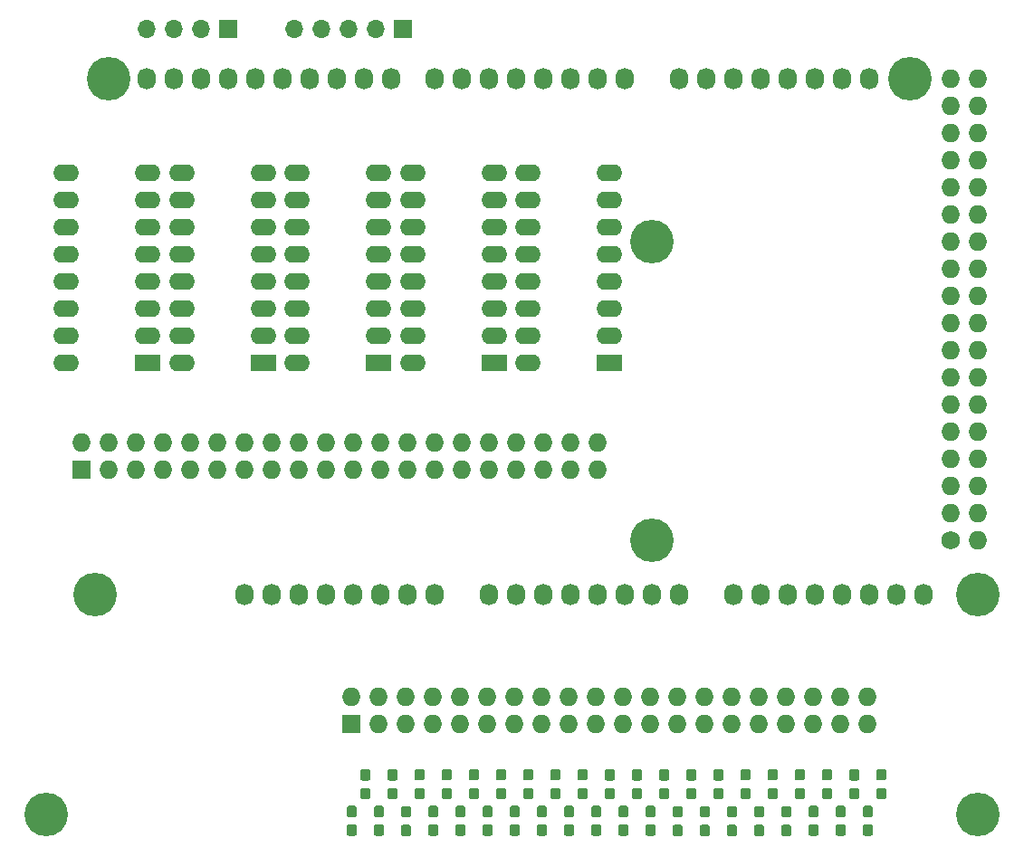
<source format=gbr>
G04 #@! TF.GenerationSoftware,KiCad,Pcbnew,5.1.5-52549c5~86~ubuntu19.10.1*
G04 #@! TF.CreationDate,2020-04-01T18:08:25+02:00*
G04 #@! TF.ProjectId,KabeltesterMEGA,4b616265-6c74-4657-9374-65724d454741,rev?*
G04 #@! TF.SameCoordinates,Original*
G04 #@! TF.FileFunction,Soldermask,Top*
G04 #@! TF.FilePolarity,Negative*
%FSLAX46Y46*%
G04 Gerber Fmt 4.6, Leading zero omitted, Abs format (unit mm)*
G04 Created by KiCad (PCBNEW 5.1.5-52549c5~86~ubuntu19.10.1) date 2020-04-01 18:08:25*
%MOMM*%
%LPD*%
G04 APERTURE LIST*
%ADD10C,4.064000*%
%ADD11O,2.400000X1.600000*%
%ADD12R,2.400000X1.600000*%
%ADD13C,0.100000*%
%ADD14O,1.700000X1.700000*%
%ADD15R,1.700000X1.700000*%
%ADD16O,1.727200X1.727200*%
%ADD17R,1.727200X1.727200*%
%ADD18C,1.727200*%
%ADD19O,1.727200X2.032000*%
G04 APERTURE END LIST*
D10*
X199898000Y-139700000D03*
X112776000Y-139700000D03*
D11*
X114681000Y-97409000D03*
X122301000Y-79629000D03*
X114681000Y-94869000D03*
X122301000Y-82169000D03*
X114681000Y-92329000D03*
X122301000Y-84709000D03*
X114681000Y-89789000D03*
X122301000Y-87249000D03*
X114681000Y-87249000D03*
X122301000Y-89789000D03*
X114681000Y-84709000D03*
X122301000Y-92329000D03*
X114681000Y-82169000D03*
X122301000Y-94869000D03*
X114681000Y-79629000D03*
D12*
X122301000Y-97409000D03*
D11*
X157861000Y-97409000D03*
X165481000Y-79629000D03*
X157861000Y-94869000D03*
X165481000Y-82169000D03*
X157861000Y-92329000D03*
X165481000Y-84709000D03*
X157861000Y-89789000D03*
X165481000Y-87249000D03*
X157861000Y-87249000D03*
X165481000Y-89789000D03*
X157861000Y-84709000D03*
X165481000Y-92329000D03*
X157861000Y-82169000D03*
X165481000Y-94869000D03*
X157861000Y-79629000D03*
D12*
X165481000Y-97409000D03*
D11*
X147066000Y-97409000D03*
X154686000Y-79629000D03*
X147066000Y-94869000D03*
X154686000Y-82169000D03*
X147066000Y-92329000D03*
X154686000Y-84709000D03*
X147066000Y-89789000D03*
X154686000Y-87249000D03*
X147066000Y-87249000D03*
X154686000Y-89789000D03*
X147066000Y-84709000D03*
X154686000Y-92329000D03*
X147066000Y-82169000D03*
X154686000Y-94869000D03*
X147066000Y-79629000D03*
D12*
X154686000Y-97409000D03*
D11*
X136271000Y-97409000D03*
X143891000Y-79629000D03*
X136271000Y-94869000D03*
X143891000Y-82169000D03*
X136271000Y-92329000D03*
X143891000Y-84709000D03*
X136271000Y-89789000D03*
X143891000Y-87249000D03*
X136271000Y-87249000D03*
X143891000Y-89789000D03*
X136271000Y-84709000D03*
X143891000Y-92329000D03*
X136271000Y-82169000D03*
X143891000Y-94869000D03*
X136271000Y-79629000D03*
D12*
X143891000Y-97409000D03*
D11*
X125476000Y-97409000D03*
X133096000Y-79629000D03*
X125476000Y-94869000D03*
X133096000Y-82169000D03*
X125476000Y-92329000D03*
X133096000Y-84709000D03*
X125476000Y-89789000D03*
X133096000Y-87249000D03*
X125476000Y-87249000D03*
X133096000Y-89789000D03*
X125476000Y-84709000D03*
X133096000Y-92329000D03*
X125476000Y-82169000D03*
X133096000Y-94869000D03*
X125476000Y-79629000D03*
D12*
X133096000Y-97409000D03*
D13*
G36*
X191141779Y-137179644D02*
G01*
X191164834Y-137183063D01*
X191187443Y-137188727D01*
X191209387Y-137196579D01*
X191230457Y-137206544D01*
X191250448Y-137218526D01*
X191269168Y-137232410D01*
X191286438Y-137248062D01*
X191302090Y-137265332D01*
X191315974Y-137284052D01*
X191327956Y-137304043D01*
X191337921Y-137325113D01*
X191345773Y-137347057D01*
X191351437Y-137369666D01*
X191354856Y-137392721D01*
X191356000Y-137416000D01*
X191356000Y-137991000D01*
X191354856Y-138014279D01*
X191351437Y-138037334D01*
X191345773Y-138059943D01*
X191337921Y-138081887D01*
X191327956Y-138102957D01*
X191315974Y-138122948D01*
X191302090Y-138141668D01*
X191286438Y-138158938D01*
X191269168Y-138174590D01*
X191250448Y-138188474D01*
X191230457Y-138200456D01*
X191209387Y-138210421D01*
X191187443Y-138218273D01*
X191164834Y-138223937D01*
X191141779Y-138227356D01*
X191118500Y-138228500D01*
X190643500Y-138228500D01*
X190620221Y-138227356D01*
X190597166Y-138223937D01*
X190574557Y-138218273D01*
X190552613Y-138210421D01*
X190531543Y-138200456D01*
X190511552Y-138188474D01*
X190492832Y-138174590D01*
X190475562Y-138158938D01*
X190459910Y-138141668D01*
X190446026Y-138122948D01*
X190434044Y-138102957D01*
X190424079Y-138081887D01*
X190416227Y-138059943D01*
X190410563Y-138037334D01*
X190407144Y-138014279D01*
X190406000Y-137991000D01*
X190406000Y-137416000D01*
X190407144Y-137392721D01*
X190410563Y-137369666D01*
X190416227Y-137347057D01*
X190424079Y-137325113D01*
X190434044Y-137304043D01*
X190446026Y-137284052D01*
X190459910Y-137265332D01*
X190475562Y-137248062D01*
X190492832Y-137232410D01*
X190511552Y-137218526D01*
X190531543Y-137206544D01*
X190552613Y-137196579D01*
X190574557Y-137188727D01*
X190597166Y-137183063D01*
X190620221Y-137179644D01*
X190643500Y-137178500D01*
X191118500Y-137178500D01*
X191141779Y-137179644D01*
G37*
G36*
X191141779Y-135429644D02*
G01*
X191164834Y-135433063D01*
X191187443Y-135438727D01*
X191209387Y-135446579D01*
X191230457Y-135456544D01*
X191250448Y-135468526D01*
X191269168Y-135482410D01*
X191286438Y-135498062D01*
X191302090Y-135515332D01*
X191315974Y-135534052D01*
X191327956Y-135554043D01*
X191337921Y-135575113D01*
X191345773Y-135597057D01*
X191351437Y-135619666D01*
X191354856Y-135642721D01*
X191356000Y-135666000D01*
X191356000Y-136241000D01*
X191354856Y-136264279D01*
X191351437Y-136287334D01*
X191345773Y-136309943D01*
X191337921Y-136331887D01*
X191327956Y-136352957D01*
X191315974Y-136372948D01*
X191302090Y-136391668D01*
X191286438Y-136408938D01*
X191269168Y-136424590D01*
X191250448Y-136438474D01*
X191230457Y-136450456D01*
X191209387Y-136460421D01*
X191187443Y-136468273D01*
X191164834Y-136473937D01*
X191141779Y-136477356D01*
X191118500Y-136478500D01*
X190643500Y-136478500D01*
X190620221Y-136477356D01*
X190597166Y-136473937D01*
X190574557Y-136468273D01*
X190552613Y-136460421D01*
X190531543Y-136450456D01*
X190511552Y-136438474D01*
X190492832Y-136424590D01*
X190475562Y-136408938D01*
X190459910Y-136391668D01*
X190446026Y-136372948D01*
X190434044Y-136352957D01*
X190424079Y-136331887D01*
X190416227Y-136309943D01*
X190410563Y-136287334D01*
X190407144Y-136264279D01*
X190406000Y-136241000D01*
X190406000Y-135666000D01*
X190407144Y-135642721D01*
X190410563Y-135619666D01*
X190416227Y-135597057D01*
X190424079Y-135575113D01*
X190434044Y-135554043D01*
X190446026Y-135534052D01*
X190459910Y-135515332D01*
X190475562Y-135498062D01*
X190492832Y-135482410D01*
X190511552Y-135468526D01*
X190531543Y-135456544D01*
X190552613Y-135446579D01*
X190574557Y-135438727D01*
X190597166Y-135433063D01*
X190620221Y-135429644D01*
X190643500Y-135428500D01*
X191118500Y-135428500D01*
X191141779Y-135429644D01*
G37*
G36*
X189871779Y-140608644D02*
G01*
X189894834Y-140612063D01*
X189917443Y-140617727D01*
X189939387Y-140625579D01*
X189960457Y-140635544D01*
X189980448Y-140647526D01*
X189999168Y-140661410D01*
X190016438Y-140677062D01*
X190032090Y-140694332D01*
X190045974Y-140713052D01*
X190057956Y-140733043D01*
X190067921Y-140754113D01*
X190075773Y-140776057D01*
X190081437Y-140798666D01*
X190084856Y-140821721D01*
X190086000Y-140845000D01*
X190086000Y-141420000D01*
X190084856Y-141443279D01*
X190081437Y-141466334D01*
X190075773Y-141488943D01*
X190067921Y-141510887D01*
X190057956Y-141531957D01*
X190045974Y-141551948D01*
X190032090Y-141570668D01*
X190016438Y-141587938D01*
X189999168Y-141603590D01*
X189980448Y-141617474D01*
X189960457Y-141629456D01*
X189939387Y-141639421D01*
X189917443Y-141647273D01*
X189894834Y-141652937D01*
X189871779Y-141656356D01*
X189848500Y-141657500D01*
X189373500Y-141657500D01*
X189350221Y-141656356D01*
X189327166Y-141652937D01*
X189304557Y-141647273D01*
X189282613Y-141639421D01*
X189261543Y-141629456D01*
X189241552Y-141617474D01*
X189222832Y-141603590D01*
X189205562Y-141587938D01*
X189189910Y-141570668D01*
X189176026Y-141551948D01*
X189164044Y-141531957D01*
X189154079Y-141510887D01*
X189146227Y-141488943D01*
X189140563Y-141466334D01*
X189137144Y-141443279D01*
X189136000Y-141420000D01*
X189136000Y-140845000D01*
X189137144Y-140821721D01*
X189140563Y-140798666D01*
X189146227Y-140776057D01*
X189154079Y-140754113D01*
X189164044Y-140733043D01*
X189176026Y-140713052D01*
X189189910Y-140694332D01*
X189205562Y-140677062D01*
X189222832Y-140661410D01*
X189241552Y-140647526D01*
X189261543Y-140635544D01*
X189282613Y-140625579D01*
X189304557Y-140617727D01*
X189327166Y-140612063D01*
X189350221Y-140608644D01*
X189373500Y-140607500D01*
X189848500Y-140607500D01*
X189871779Y-140608644D01*
G37*
G36*
X189871779Y-138858644D02*
G01*
X189894834Y-138862063D01*
X189917443Y-138867727D01*
X189939387Y-138875579D01*
X189960457Y-138885544D01*
X189980448Y-138897526D01*
X189999168Y-138911410D01*
X190016438Y-138927062D01*
X190032090Y-138944332D01*
X190045974Y-138963052D01*
X190057956Y-138983043D01*
X190067921Y-139004113D01*
X190075773Y-139026057D01*
X190081437Y-139048666D01*
X190084856Y-139071721D01*
X190086000Y-139095000D01*
X190086000Y-139670000D01*
X190084856Y-139693279D01*
X190081437Y-139716334D01*
X190075773Y-139738943D01*
X190067921Y-139760887D01*
X190057956Y-139781957D01*
X190045974Y-139801948D01*
X190032090Y-139820668D01*
X190016438Y-139837938D01*
X189999168Y-139853590D01*
X189980448Y-139867474D01*
X189960457Y-139879456D01*
X189939387Y-139889421D01*
X189917443Y-139897273D01*
X189894834Y-139902937D01*
X189871779Y-139906356D01*
X189848500Y-139907500D01*
X189373500Y-139907500D01*
X189350221Y-139906356D01*
X189327166Y-139902937D01*
X189304557Y-139897273D01*
X189282613Y-139889421D01*
X189261543Y-139879456D01*
X189241552Y-139867474D01*
X189222832Y-139853590D01*
X189205562Y-139837938D01*
X189189910Y-139820668D01*
X189176026Y-139801948D01*
X189164044Y-139781957D01*
X189154079Y-139760887D01*
X189146227Y-139738943D01*
X189140563Y-139716334D01*
X189137144Y-139693279D01*
X189136000Y-139670000D01*
X189136000Y-139095000D01*
X189137144Y-139071721D01*
X189140563Y-139048666D01*
X189146227Y-139026057D01*
X189154079Y-139004113D01*
X189164044Y-138983043D01*
X189176026Y-138963052D01*
X189189910Y-138944332D01*
X189205562Y-138927062D01*
X189222832Y-138911410D01*
X189241552Y-138897526D01*
X189261543Y-138885544D01*
X189282613Y-138875579D01*
X189304557Y-138867727D01*
X189327166Y-138862063D01*
X189350221Y-138858644D01*
X189373500Y-138857500D01*
X189848500Y-138857500D01*
X189871779Y-138858644D01*
G37*
G36*
X188601779Y-137193644D02*
G01*
X188624834Y-137197063D01*
X188647443Y-137202727D01*
X188669387Y-137210579D01*
X188690457Y-137220544D01*
X188710448Y-137232526D01*
X188729168Y-137246410D01*
X188746438Y-137262062D01*
X188762090Y-137279332D01*
X188775974Y-137298052D01*
X188787956Y-137318043D01*
X188797921Y-137339113D01*
X188805773Y-137361057D01*
X188811437Y-137383666D01*
X188814856Y-137406721D01*
X188816000Y-137430000D01*
X188816000Y-138005000D01*
X188814856Y-138028279D01*
X188811437Y-138051334D01*
X188805773Y-138073943D01*
X188797921Y-138095887D01*
X188787956Y-138116957D01*
X188775974Y-138136948D01*
X188762090Y-138155668D01*
X188746438Y-138172938D01*
X188729168Y-138188590D01*
X188710448Y-138202474D01*
X188690457Y-138214456D01*
X188669387Y-138224421D01*
X188647443Y-138232273D01*
X188624834Y-138237937D01*
X188601779Y-138241356D01*
X188578500Y-138242500D01*
X188103500Y-138242500D01*
X188080221Y-138241356D01*
X188057166Y-138237937D01*
X188034557Y-138232273D01*
X188012613Y-138224421D01*
X187991543Y-138214456D01*
X187971552Y-138202474D01*
X187952832Y-138188590D01*
X187935562Y-138172938D01*
X187919910Y-138155668D01*
X187906026Y-138136948D01*
X187894044Y-138116957D01*
X187884079Y-138095887D01*
X187876227Y-138073943D01*
X187870563Y-138051334D01*
X187867144Y-138028279D01*
X187866000Y-138005000D01*
X187866000Y-137430000D01*
X187867144Y-137406721D01*
X187870563Y-137383666D01*
X187876227Y-137361057D01*
X187884079Y-137339113D01*
X187894044Y-137318043D01*
X187906026Y-137298052D01*
X187919910Y-137279332D01*
X187935562Y-137262062D01*
X187952832Y-137246410D01*
X187971552Y-137232526D01*
X187991543Y-137220544D01*
X188012613Y-137210579D01*
X188034557Y-137202727D01*
X188057166Y-137197063D01*
X188080221Y-137193644D01*
X188103500Y-137192500D01*
X188578500Y-137192500D01*
X188601779Y-137193644D01*
G37*
G36*
X188601779Y-135443644D02*
G01*
X188624834Y-135447063D01*
X188647443Y-135452727D01*
X188669387Y-135460579D01*
X188690457Y-135470544D01*
X188710448Y-135482526D01*
X188729168Y-135496410D01*
X188746438Y-135512062D01*
X188762090Y-135529332D01*
X188775974Y-135548052D01*
X188787956Y-135568043D01*
X188797921Y-135589113D01*
X188805773Y-135611057D01*
X188811437Y-135633666D01*
X188814856Y-135656721D01*
X188816000Y-135680000D01*
X188816000Y-136255000D01*
X188814856Y-136278279D01*
X188811437Y-136301334D01*
X188805773Y-136323943D01*
X188797921Y-136345887D01*
X188787956Y-136366957D01*
X188775974Y-136386948D01*
X188762090Y-136405668D01*
X188746438Y-136422938D01*
X188729168Y-136438590D01*
X188710448Y-136452474D01*
X188690457Y-136464456D01*
X188669387Y-136474421D01*
X188647443Y-136482273D01*
X188624834Y-136487937D01*
X188601779Y-136491356D01*
X188578500Y-136492500D01*
X188103500Y-136492500D01*
X188080221Y-136491356D01*
X188057166Y-136487937D01*
X188034557Y-136482273D01*
X188012613Y-136474421D01*
X187991543Y-136464456D01*
X187971552Y-136452474D01*
X187952832Y-136438590D01*
X187935562Y-136422938D01*
X187919910Y-136405668D01*
X187906026Y-136386948D01*
X187894044Y-136366957D01*
X187884079Y-136345887D01*
X187876227Y-136323943D01*
X187870563Y-136301334D01*
X187867144Y-136278279D01*
X187866000Y-136255000D01*
X187866000Y-135680000D01*
X187867144Y-135656721D01*
X187870563Y-135633666D01*
X187876227Y-135611057D01*
X187884079Y-135589113D01*
X187894044Y-135568043D01*
X187906026Y-135548052D01*
X187919910Y-135529332D01*
X187935562Y-135512062D01*
X187952832Y-135496410D01*
X187971552Y-135482526D01*
X187991543Y-135470544D01*
X188012613Y-135460579D01*
X188034557Y-135452727D01*
X188057166Y-135447063D01*
X188080221Y-135443644D01*
X188103500Y-135442500D01*
X188578500Y-135442500D01*
X188601779Y-135443644D01*
G37*
G36*
X187331779Y-140608644D02*
G01*
X187354834Y-140612063D01*
X187377443Y-140617727D01*
X187399387Y-140625579D01*
X187420457Y-140635544D01*
X187440448Y-140647526D01*
X187459168Y-140661410D01*
X187476438Y-140677062D01*
X187492090Y-140694332D01*
X187505974Y-140713052D01*
X187517956Y-140733043D01*
X187527921Y-140754113D01*
X187535773Y-140776057D01*
X187541437Y-140798666D01*
X187544856Y-140821721D01*
X187546000Y-140845000D01*
X187546000Y-141420000D01*
X187544856Y-141443279D01*
X187541437Y-141466334D01*
X187535773Y-141488943D01*
X187527921Y-141510887D01*
X187517956Y-141531957D01*
X187505974Y-141551948D01*
X187492090Y-141570668D01*
X187476438Y-141587938D01*
X187459168Y-141603590D01*
X187440448Y-141617474D01*
X187420457Y-141629456D01*
X187399387Y-141639421D01*
X187377443Y-141647273D01*
X187354834Y-141652937D01*
X187331779Y-141656356D01*
X187308500Y-141657500D01*
X186833500Y-141657500D01*
X186810221Y-141656356D01*
X186787166Y-141652937D01*
X186764557Y-141647273D01*
X186742613Y-141639421D01*
X186721543Y-141629456D01*
X186701552Y-141617474D01*
X186682832Y-141603590D01*
X186665562Y-141587938D01*
X186649910Y-141570668D01*
X186636026Y-141551948D01*
X186624044Y-141531957D01*
X186614079Y-141510887D01*
X186606227Y-141488943D01*
X186600563Y-141466334D01*
X186597144Y-141443279D01*
X186596000Y-141420000D01*
X186596000Y-140845000D01*
X186597144Y-140821721D01*
X186600563Y-140798666D01*
X186606227Y-140776057D01*
X186614079Y-140754113D01*
X186624044Y-140733043D01*
X186636026Y-140713052D01*
X186649910Y-140694332D01*
X186665562Y-140677062D01*
X186682832Y-140661410D01*
X186701552Y-140647526D01*
X186721543Y-140635544D01*
X186742613Y-140625579D01*
X186764557Y-140617727D01*
X186787166Y-140612063D01*
X186810221Y-140608644D01*
X186833500Y-140607500D01*
X187308500Y-140607500D01*
X187331779Y-140608644D01*
G37*
G36*
X187331779Y-138858644D02*
G01*
X187354834Y-138862063D01*
X187377443Y-138867727D01*
X187399387Y-138875579D01*
X187420457Y-138885544D01*
X187440448Y-138897526D01*
X187459168Y-138911410D01*
X187476438Y-138927062D01*
X187492090Y-138944332D01*
X187505974Y-138963052D01*
X187517956Y-138983043D01*
X187527921Y-139004113D01*
X187535773Y-139026057D01*
X187541437Y-139048666D01*
X187544856Y-139071721D01*
X187546000Y-139095000D01*
X187546000Y-139670000D01*
X187544856Y-139693279D01*
X187541437Y-139716334D01*
X187535773Y-139738943D01*
X187527921Y-139760887D01*
X187517956Y-139781957D01*
X187505974Y-139801948D01*
X187492090Y-139820668D01*
X187476438Y-139837938D01*
X187459168Y-139853590D01*
X187440448Y-139867474D01*
X187420457Y-139879456D01*
X187399387Y-139889421D01*
X187377443Y-139897273D01*
X187354834Y-139902937D01*
X187331779Y-139906356D01*
X187308500Y-139907500D01*
X186833500Y-139907500D01*
X186810221Y-139906356D01*
X186787166Y-139902937D01*
X186764557Y-139897273D01*
X186742613Y-139889421D01*
X186721543Y-139879456D01*
X186701552Y-139867474D01*
X186682832Y-139853590D01*
X186665562Y-139837938D01*
X186649910Y-139820668D01*
X186636026Y-139801948D01*
X186624044Y-139781957D01*
X186614079Y-139760887D01*
X186606227Y-139738943D01*
X186600563Y-139716334D01*
X186597144Y-139693279D01*
X186596000Y-139670000D01*
X186596000Y-139095000D01*
X186597144Y-139071721D01*
X186600563Y-139048666D01*
X186606227Y-139026057D01*
X186614079Y-139004113D01*
X186624044Y-138983043D01*
X186636026Y-138963052D01*
X186649910Y-138944332D01*
X186665562Y-138927062D01*
X186682832Y-138911410D01*
X186701552Y-138897526D01*
X186721543Y-138885544D01*
X186742613Y-138875579D01*
X186764557Y-138867727D01*
X186787166Y-138862063D01*
X186810221Y-138858644D01*
X186833500Y-138857500D01*
X187308500Y-138857500D01*
X187331779Y-138858644D01*
G37*
G36*
X186061779Y-137179644D02*
G01*
X186084834Y-137183063D01*
X186107443Y-137188727D01*
X186129387Y-137196579D01*
X186150457Y-137206544D01*
X186170448Y-137218526D01*
X186189168Y-137232410D01*
X186206438Y-137248062D01*
X186222090Y-137265332D01*
X186235974Y-137284052D01*
X186247956Y-137304043D01*
X186257921Y-137325113D01*
X186265773Y-137347057D01*
X186271437Y-137369666D01*
X186274856Y-137392721D01*
X186276000Y-137416000D01*
X186276000Y-137991000D01*
X186274856Y-138014279D01*
X186271437Y-138037334D01*
X186265773Y-138059943D01*
X186257921Y-138081887D01*
X186247956Y-138102957D01*
X186235974Y-138122948D01*
X186222090Y-138141668D01*
X186206438Y-138158938D01*
X186189168Y-138174590D01*
X186170448Y-138188474D01*
X186150457Y-138200456D01*
X186129387Y-138210421D01*
X186107443Y-138218273D01*
X186084834Y-138223937D01*
X186061779Y-138227356D01*
X186038500Y-138228500D01*
X185563500Y-138228500D01*
X185540221Y-138227356D01*
X185517166Y-138223937D01*
X185494557Y-138218273D01*
X185472613Y-138210421D01*
X185451543Y-138200456D01*
X185431552Y-138188474D01*
X185412832Y-138174590D01*
X185395562Y-138158938D01*
X185379910Y-138141668D01*
X185366026Y-138122948D01*
X185354044Y-138102957D01*
X185344079Y-138081887D01*
X185336227Y-138059943D01*
X185330563Y-138037334D01*
X185327144Y-138014279D01*
X185326000Y-137991000D01*
X185326000Y-137416000D01*
X185327144Y-137392721D01*
X185330563Y-137369666D01*
X185336227Y-137347057D01*
X185344079Y-137325113D01*
X185354044Y-137304043D01*
X185366026Y-137284052D01*
X185379910Y-137265332D01*
X185395562Y-137248062D01*
X185412832Y-137232410D01*
X185431552Y-137218526D01*
X185451543Y-137206544D01*
X185472613Y-137196579D01*
X185494557Y-137188727D01*
X185517166Y-137183063D01*
X185540221Y-137179644D01*
X185563500Y-137178500D01*
X186038500Y-137178500D01*
X186061779Y-137179644D01*
G37*
G36*
X186061779Y-135429644D02*
G01*
X186084834Y-135433063D01*
X186107443Y-135438727D01*
X186129387Y-135446579D01*
X186150457Y-135456544D01*
X186170448Y-135468526D01*
X186189168Y-135482410D01*
X186206438Y-135498062D01*
X186222090Y-135515332D01*
X186235974Y-135534052D01*
X186247956Y-135554043D01*
X186257921Y-135575113D01*
X186265773Y-135597057D01*
X186271437Y-135619666D01*
X186274856Y-135642721D01*
X186276000Y-135666000D01*
X186276000Y-136241000D01*
X186274856Y-136264279D01*
X186271437Y-136287334D01*
X186265773Y-136309943D01*
X186257921Y-136331887D01*
X186247956Y-136352957D01*
X186235974Y-136372948D01*
X186222090Y-136391668D01*
X186206438Y-136408938D01*
X186189168Y-136424590D01*
X186170448Y-136438474D01*
X186150457Y-136450456D01*
X186129387Y-136460421D01*
X186107443Y-136468273D01*
X186084834Y-136473937D01*
X186061779Y-136477356D01*
X186038500Y-136478500D01*
X185563500Y-136478500D01*
X185540221Y-136477356D01*
X185517166Y-136473937D01*
X185494557Y-136468273D01*
X185472613Y-136460421D01*
X185451543Y-136450456D01*
X185431552Y-136438474D01*
X185412832Y-136424590D01*
X185395562Y-136408938D01*
X185379910Y-136391668D01*
X185366026Y-136372948D01*
X185354044Y-136352957D01*
X185344079Y-136331887D01*
X185336227Y-136309943D01*
X185330563Y-136287334D01*
X185327144Y-136264279D01*
X185326000Y-136241000D01*
X185326000Y-135666000D01*
X185327144Y-135642721D01*
X185330563Y-135619666D01*
X185336227Y-135597057D01*
X185344079Y-135575113D01*
X185354044Y-135554043D01*
X185366026Y-135534052D01*
X185379910Y-135515332D01*
X185395562Y-135498062D01*
X185412832Y-135482410D01*
X185431552Y-135468526D01*
X185451543Y-135456544D01*
X185472613Y-135446579D01*
X185494557Y-135438727D01*
X185517166Y-135433063D01*
X185540221Y-135429644D01*
X185563500Y-135428500D01*
X186038500Y-135428500D01*
X186061779Y-135429644D01*
G37*
G36*
X184791779Y-140608644D02*
G01*
X184814834Y-140612063D01*
X184837443Y-140617727D01*
X184859387Y-140625579D01*
X184880457Y-140635544D01*
X184900448Y-140647526D01*
X184919168Y-140661410D01*
X184936438Y-140677062D01*
X184952090Y-140694332D01*
X184965974Y-140713052D01*
X184977956Y-140733043D01*
X184987921Y-140754113D01*
X184995773Y-140776057D01*
X185001437Y-140798666D01*
X185004856Y-140821721D01*
X185006000Y-140845000D01*
X185006000Y-141420000D01*
X185004856Y-141443279D01*
X185001437Y-141466334D01*
X184995773Y-141488943D01*
X184987921Y-141510887D01*
X184977956Y-141531957D01*
X184965974Y-141551948D01*
X184952090Y-141570668D01*
X184936438Y-141587938D01*
X184919168Y-141603590D01*
X184900448Y-141617474D01*
X184880457Y-141629456D01*
X184859387Y-141639421D01*
X184837443Y-141647273D01*
X184814834Y-141652937D01*
X184791779Y-141656356D01*
X184768500Y-141657500D01*
X184293500Y-141657500D01*
X184270221Y-141656356D01*
X184247166Y-141652937D01*
X184224557Y-141647273D01*
X184202613Y-141639421D01*
X184181543Y-141629456D01*
X184161552Y-141617474D01*
X184142832Y-141603590D01*
X184125562Y-141587938D01*
X184109910Y-141570668D01*
X184096026Y-141551948D01*
X184084044Y-141531957D01*
X184074079Y-141510887D01*
X184066227Y-141488943D01*
X184060563Y-141466334D01*
X184057144Y-141443279D01*
X184056000Y-141420000D01*
X184056000Y-140845000D01*
X184057144Y-140821721D01*
X184060563Y-140798666D01*
X184066227Y-140776057D01*
X184074079Y-140754113D01*
X184084044Y-140733043D01*
X184096026Y-140713052D01*
X184109910Y-140694332D01*
X184125562Y-140677062D01*
X184142832Y-140661410D01*
X184161552Y-140647526D01*
X184181543Y-140635544D01*
X184202613Y-140625579D01*
X184224557Y-140617727D01*
X184247166Y-140612063D01*
X184270221Y-140608644D01*
X184293500Y-140607500D01*
X184768500Y-140607500D01*
X184791779Y-140608644D01*
G37*
G36*
X184791779Y-138858644D02*
G01*
X184814834Y-138862063D01*
X184837443Y-138867727D01*
X184859387Y-138875579D01*
X184880457Y-138885544D01*
X184900448Y-138897526D01*
X184919168Y-138911410D01*
X184936438Y-138927062D01*
X184952090Y-138944332D01*
X184965974Y-138963052D01*
X184977956Y-138983043D01*
X184987921Y-139004113D01*
X184995773Y-139026057D01*
X185001437Y-139048666D01*
X185004856Y-139071721D01*
X185006000Y-139095000D01*
X185006000Y-139670000D01*
X185004856Y-139693279D01*
X185001437Y-139716334D01*
X184995773Y-139738943D01*
X184987921Y-139760887D01*
X184977956Y-139781957D01*
X184965974Y-139801948D01*
X184952090Y-139820668D01*
X184936438Y-139837938D01*
X184919168Y-139853590D01*
X184900448Y-139867474D01*
X184880457Y-139879456D01*
X184859387Y-139889421D01*
X184837443Y-139897273D01*
X184814834Y-139902937D01*
X184791779Y-139906356D01*
X184768500Y-139907500D01*
X184293500Y-139907500D01*
X184270221Y-139906356D01*
X184247166Y-139902937D01*
X184224557Y-139897273D01*
X184202613Y-139889421D01*
X184181543Y-139879456D01*
X184161552Y-139867474D01*
X184142832Y-139853590D01*
X184125562Y-139837938D01*
X184109910Y-139820668D01*
X184096026Y-139801948D01*
X184084044Y-139781957D01*
X184074079Y-139760887D01*
X184066227Y-139738943D01*
X184060563Y-139716334D01*
X184057144Y-139693279D01*
X184056000Y-139670000D01*
X184056000Y-139095000D01*
X184057144Y-139071721D01*
X184060563Y-139048666D01*
X184066227Y-139026057D01*
X184074079Y-139004113D01*
X184084044Y-138983043D01*
X184096026Y-138963052D01*
X184109910Y-138944332D01*
X184125562Y-138927062D01*
X184142832Y-138911410D01*
X184161552Y-138897526D01*
X184181543Y-138885544D01*
X184202613Y-138875579D01*
X184224557Y-138867727D01*
X184247166Y-138862063D01*
X184270221Y-138858644D01*
X184293500Y-138857500D01*
X184768500Y-138857500D01*
X184791779Y-138858644D01*
G37*
G36*
X183521779Y-137179644D02*
G01*
X183544834Y-137183063D01*
X183567443Y-137188727D01*
X183589387Y-137196579D01*
X183610457Y-137206544D01*
X183630448Y-137218526D01*
X183649168Y-137232410D01*
X183666438Y-137248062D01*
X183682090Y-137265332D01*
X183695974Y-137284052D01*
X183707956Y-137304043D01*
X183717921Y-137325113D01*
X183725773Y-137347057D01*
X183731437Y-137369666D01*
X183734856Y-137392721D01*
X183736000Y-137416000D01*
X183736000Y-137991000D01*
X183734856Y-138014279D01*
X183731437Y-138037334D01*
X183725773Y-138059943D01*
X183717921Y-138081887D01*
X183707956Y-138102957D01*
X183695974Y-138122948D01*
X183682090Y-138141668D01*
X183666438Y-138158938D01*
X183649168Y-138174590D01*
X183630448Y-138188474D01*
X183610457Y-138200456D01*
X183589387Y-138210421D01*
X183567443Y-138218273D01*
X183544834Y-138223937D01*
X183521779Y-138227356D01*
X183498500Y-138228500D01*
X183023500Y-138228500D01*
X183000221Y-138227356D01*
X182977166Y-138223937D01*
X182954557Y-138218273D01*
X182932613Y-138210421D01*
X182911543Y-138200456D01*
X182891552Y-138188474D01*
X182872832Y-138174590D01*
X182855562Y-138158938D01*
X182839910Y-138141668D01*
X182826026Y-138122948D01*
X182814044Y-138102957D01*
X182804079Y-138081887D01*
X182796227Y-138059943D01*
X182790563Y-138037334D01*
X182787144Y-138014279D01*
X182786000Y-137991000D01*
X182786000Y-137416000D01*
X182787144Y-137392721D01*
X182790563Y-137369666D01*
X182796227Y-137347057D01*
X182804079Y-137325113D01*
X182814044Y-137304043D01*
X182826026Y-137284052D01*
X182839910Y-137265332D01*
X182855562Y-137248062D01*
X182872832Y-137232410D01*
X182891552Y-137218526D01*
X182911543Y-137206544D01*
X182932613Y-137196579D01*
X182954557Y-137188727D01*
X182977166Y-137183063D01*
X183000221Y-137179644D01*
X183023500Y-137178500D01*
X183498500Y-137178500D01*
X183521779Y-137179644D01*
G37*
G36*
X183521779Y-135429644D02*
G01*
X183544834Y-135433063D01*
X183567443Y-135438727D01*
X183589387Y-135446579D01*
X183610457Y-135456544D01*
X183630448Y-135468526D01*
X183649168Y-135482410D01*
X183666438Y-135498062D01*
X183682090Y-135515332D01*
X183695974Y-135534052D01*
X183707956Y-135554043D01*
X183717921Y-135575113D01*
X183725773Y-135597057D01*
X183731437Y-135619666D01*
X183734856Y-135642721D01*
X183736000Y-135666000D01*
X183736000Y-136241000D01*
X183734856Y-136264279D01*
X183731437Y-136287334D01*
X183725773Y-136309943D01*
X183717921Y-136331887D01*
X183707956Y-136352957D01*
X183695974Y-136372948D01*
X183682090Y-136391668D01*
X183666438Y-136408938D01*
X183649168Y-136424590D01*
X183630448Y-136438474D01*
X183610457Y-136450456D01*
X183589387Y-136460421D01*
X183567443Y-136468273D01*
X183544834Y-136473937D01*
X183521779Y-136477356D01*
X183498500Y-136478500D01*
X183023500Y-136478500D01*
X183000221Y-136477356D01*
X182977166Y-136473937D01*
X182954557Y-136468273D01*
X182932613Y-136460421D01*
X182911543Y-136450456D01*
X182891552Y-136438474D01*
X182872832Y-136424590D01*
X182855562Y-136408938D01*
X182839910Y-136391668D01*
X182826026Y-136372948D01*
X182814044Y-136352957D01*
X182804079Y-136331887D01*
X182796227Y-136309943D01*
X182790563Y-136287334D01*
X182787144Y-136264279D01*
X182786000Y-136241000D01*
X182786000Y-135666000D01*
X182787144Y-135642721D01*
X182790563Y-135619666D01*
X182796227Y-135597057D01*
X182804079Y-135575113D01*
X182814044Y-135554043D01*
X182826026Y-135534052D01*
X182839910Y-135515332D01*
X182855562Y-135498062D01*
X182872832Y-135482410D01*
X182891552Y-135468526D01*
X182911543Y-135456544D01*
X182932613Y-135446579D01*
X182954557Y-135438727D01*
X182977166Y-135433063D01*
X183000221Y-135429644D01*
X183023500Y-135428500D01*
X183498500Y-135428500D01*
X183521779Y-135429644D01*
G37*
G36*
X182251779Y-140622644D02*
G01*
X182274834Y-140626063D01*
X182297443Y-140631727D01*
X182319387Y-140639579D01*
X182340457Y-140649544D01*
X182360448Y-140661526D01*
X182379168Y-140675410D01*
X182396438Y-140691062D01*
X182412090Y-140708332D01*
X182425974Y-140727052D01*
X182437956Y-140747043D01*
X182447921Y-140768113D01*
X182455773Y-140790057D01*
X182461437Y-140812666D01*
X182464856Y-140835721D01*
X182466000Y-140859000D01*
X182466000Y-141434000D01*
X182464856Y-141457279D01*
X182461437Y-141480334D01*
X182455773Y-141502943D01*
X182447921Y-141524887D01*
X182437956Y-141545957D01*
X182425974Y-141565948D01*
X182412090Y-141584668D01*
X182396438Y-141601938D01*
X182379168Y-141617590D01*
X182360448Y-141631474D01*
X182340457Y-141643456D01*
X182319387Y-141653421D01*
X182297443Y-141661273D01*
X182274834Y-141666937D01*
X182251779Y-141670356D01*
X182228500Y-141671500D01*
X181753500Y-141671500D01*
X181730221Y-141670356D01*
X181707166Y-141666937D01*
X181684557Y-141661273D01*
X181662613Y-141653421D01*
X181641543Y-141643456D01*
X181621552Y-141631474D01*
X181602832Y-141617590D01*
X181585562Y-141601938D01*
X181569910Y-141584668D01*
X181556026Y-141565948D01*
X181544044Y-141545957D01*
X181534079Y-141524887D01*
X181526227Y-141502943D01*
X181520563Y-141480334D01*
X181517144Y-141457279D01*
X181516000Y-141434000D01*
X181516000Y-140859000D01*
X181517144Y-140835721D01*
X181520563Y-140812666D01*
X181526227Y-140790057D01*
X181534079Y-140768113D01*
X181544044Y-140747043D01*
X181556026Y-140727052D01*
X181569910Y-140708332D01*
X181585562Y-140691062D01*
X181602832Y-140675410D01*
X181621552Y-140661526D01*
X181641543Y-140649544D01*
X181662613Y-140639579D01*
X181684557Y-140631727D01*
X181707166Y-140626063D01*
X181730221Y-140622644D01*
X181753500Y-140621500D01*
X182228500Y-140621500D01*
X182251779Y-140622644D01*
G37*
G36*
X182251779Y-138872644D02*
G01*
X182274834Y-138876063D01*
X182297443Y-138881727D01*
X182319387Y-138889579D01*
X182340457Y-138899544D01*
X182360448Y-138911526D01*
X182379168Y-138925410D01*
X182396438Y-138941062D01*
X182412090Y-138958332D01*
X182425974Y-138977052D01*
X182437956Y-138997043D01*
X182447921Y-139018113D01*
X182455773Y-139040057D01*
X182461437Y-139062666D01*
X182464856Y-139085721D01*
X182466000Y-139109000D01*
X182466000Y-139684000D01*
X182464856Y-139707279D01*
X182461437Y-139730334D01*
X182455773Y-139752943D01*
X182447921Y-139774887D01*
X182437956Y-139795957D01*
X182425974Y-139815948D01*
X182412090Y-139834668D01*
X182396438Y-139851938D01*
X182379168Y-139867590D01*
X182360448Y-139881474D01*
X182340457Y-139893456D01*
X182319387Y-139903421D01*
X182297443Y-139911273D01*
X182274834Y-139916937D01*
X182251779Y-139920356D01*
X182228500Y-139921500D01*
X181753500Y-139921500D01*
X181730221Y-139920356D01*
X181707166Y-139916937D01*
X181684557Y-139911273D01*
X181662613Y-139903421D01*
X181641543Y-139893456D01*
X181621552Y-139881474D01*
X181602832Y-139867590D01*
X181585562Y-139851938D01*
X181569910Y-139834668D01*
X181556026Y-139815948D01*
X181544044Y-139795957D01*
X181534079Y-139774887D01*
X181526227Y-139752943D01*
X181520563Y-139730334D01*
X181517144Y-139707279D01*
X181516000Y-139684000D01*
X181516000Y-139109000D01*
X181517144Y-139085721D01*
X181520563Y-139062666D01*
X181526227Y-139040057D01*
X181534079Y-139018113D01*
X181544044Y-138997043D01*
X181556026Y-138977052D01*
X181569910Y-138958332D01*
X181585562Y-138941062D01*
X181602832Y-138925410D01*
X181621552Y-138911526D01*
X181641543Y-138899544D01*
X181662613Y-138889579D01*
X181684557Y-138881727D01*
X181707166Y-138876063D01*
X181730221Y-138872644D01*
X181753500Y-138871500D01*
X182228500Y-138871500D01*
X182251779Y-138872644D01*
G37*
G36*
X180981779Y-137179644D02*
G01*
X181004834Y-137183063D01*
X181027443Y-137188727D01*
X181049387Y-137196579D01*
X181070457Y-137206544D01*
X181090448Y-137218526D01*
X181109168Y-137232410D01*
X181126438Y-137248062D01*
X181142090Y-137265332D01*
X181155974Y-137284052D01*
X181167956Y-137304043D01*
X181177921Y-137325113D01*
X181185773Y-137347057D01*
X181191437Y-137369666D01*
X181194856Y-137392721D01*
X181196000Y-137416000D01*
X181196000Y-137991000D01*
X181194856Y-138014279D01*
X181191437Y-138037334D01*
X181185773Y-138059943D01*
X181177921Y-138081887D01*
X181167956Y-138102957D01*
X181155974Y-138122948D01*
X181142090Y-138141668D01*
X181126438Y-138158938D01*
X181109168Y-138174590D01*
X181090448Y-138188474D01*
X181070457Y-138200456D01*
X181049387Y-138210421D01*
X181027443Y-138218273D01*
X181004834Y-138223937D01*
X180981779Y-138227356D01*
X180958500Y-138228500D01*
X180483500Y-138228500D01*
X180460221Y-138227356D01*
X180437166Y-138223937D01*
X180414557Y-138218273D01*
X180392613Y-138210421D01*
X180371543Y-138200456D01*
X180351552Y-138188474D01*
X180332832Y-138174590D01*
X180315562Y-138158938D01*
X180299910Y-138141668D01*
X180286026Y-138122948D01*
X180274044Y-138102957D01*
X180264079Y-138081887D01*
X180256227Y-138059943D01*
X180250563Y-138037334D01*
X180247144Y-138014279D01*
X180246000Y-137991000D01*
X180246000Y-137416000D01*
X180247144Y-137392721D01*
X180250563Y-137369666D01*
X180256227Y-137347057D01*
X180264079Y-137325113D01*
X180274044Y-137304043D01*
X180286026Y-137284052D01*
X180299910Y-137265332D01*
X180315562Y-137248062D01*
X180332832Y-137232410D01*
X180351552Y-137218526D01*
X180371543Y-137206544D01*
X180392613Y-137196579D01*
X180414557Y-137188727D01*
X180437166Y-137183063D01*
X180460221Y-137179644D01*
X180483500Y-137178500D01*
X180958500Y-137178500D01*
X180981779Y-137179644D01*
G37*
G36*
X180981779Y-135429644D02*
G01*
X181004834Y-135433063D01*
X181027443Y-135438727D01*
X181049387Y-135446579D01*
X181070457Y-135456544D01*
X181090448Y-135468526D01*
X181109168Y-135482410D01*
X181126438Y-135498062D01*
X181142090Y-135515332D01*
X181155974Y-135534052D01*
X181167956Y-135554043D01*
X181177921Y-135575113D01*
X181185773Y-135597057D01*
X181191437Y-135619666D01*
X181194856Y-135642721D01*
X181196000Y-135666000D01*
X181196000Y-136241000D01*
X181194856Y-136264279D01*
X181191437Y-136287334D01*
X181185773Y-136309943D01*
X181177921Y-136331887D01*
X181167956Y-136352957D01*
X181155974Y-136372948D01*
X181142090Y-136391668D01*
X181126438Y-136408938D01*
X181109168Y-136424590D01*
X181090448Y-136438474D01*
X181070457Y-136450456D01*
X181049387Y-136460421D01*
X181027443Y-136468273D01*
X181004834Y-136473937D01*
X180981779Y-136477356D01*
X180958500Y-136478500D01*
X180483500Y-136478500D01*
X180460221Y-136477356D01*
X180437166Y-136473937D01*
X180414557Y-136468273D01*
X180392613Y-136460421D01*
X180371543Y-136450456D01*
X180351552Y-136438474D01*
X180332832Y-136424590D01*
X180315562Y-136408938D01*
X180299910Y-136391668D01*
X180286026Y-136372948D01*
X180274044Y-136352957D01*
X180264079Y-136331887D01*
X180256227Y-136309943D01*
X180250563Y-136287334D01*
X180247144Y-136264279D01*
X180246000Y-136241000D01*
X180246000Y-135666000D01*
X180247144Y-135642721D01*
X180250563Y-135619666D01*
X180256227Y-135597057D01*
X180264079Y-135575113D01*
X180274044Y-135554043D01*
X180286026Y-135534052D01*
X180299910Y-135515332D01*
X180315562Y-135498062D01*
X180332832Y-135482410D01*
X180351552Y-135468526D01*
X180371543Y-135456544D01*
X180392613Y-135446579D01*
X180414557Y-135438727D01*
X180437166Y-135433063D01*
X180460221Y-135429644D01*
X180483500Y-135428500D01*
X180958500Y-135428500D01*
X180981779Y-135429644D01*
G37*
G36*
X179711779Y-140622644D02*
G01*
X179734834Y-140626063D01*
X179757443Y-140631727D01*
X179779387Y-140639579D01*
X179800457Y-140649544D01*
X179820448Y-140661526D01*
X179839168Y-140675410D01*
X179856438Y-140691062D01*
X179872090Y-140708332D01*
X179885974Y-140727052D01*
X179897956Y-140747043D01*
X179907921Y-140768113D01*
X179915773Y-140790057D01*
X179921437Y-140812666D01*
X179924856Y-140835721D01*
X179926000Y-140859000D01*
X179926000Y-141434000D01*
X179924856Y-141457279D01*
X179921437Y-141480334D01*
X179915773Y-141502943D01*
X179907921Y-141524887D01*
X179897956Y-141545957D01*
X179885974Y-141565948D01*
X179872090Y-141584668D01*
X179856438Y-141601938D01*
X179839168Y-141617590D01*
X179820448Y-141631474D01*
X179800457Y-141643456D01*
X179779387Y-141653421D01*
X179757443Y-141661273D01*
X179734834Y-141666937D01*
X179711779Y-141670356D01*
X179688500Y-141671500D01*
X179213500Y-141671500D01*
X179190221Y-141670356D01*
X179167166Y-141666937D01*
X179144557Y-141661273D01*
X179122613Y-141653421D01*
X179101543Y-141643456D01*
X179081552Y-141631474D01*
X179062832Y-141617590D01*
X179045562Y-141601938D01*
X179029910Y-141584668D01*
X179016026Y-141565948D01*
X179004044Y-141545957D01*
X178994079Y-141524887D01*
X178986227Y-141502943D01*
X178980563Y-141480334D01*
X178977144Y-141457279D01*
X178976000Y-141434000D01*
X178976000Y-140859000D01*
X178977144Y-140835721D01*
X178980563Y-140812666D01*
X178986227Y-140790057D01*
X178994079Y-140768113D01*
X179004044Y-140747043D01*
X179016026Y-140727052D01*
X179029910Y-140708332D01*
X179045562Y-140691062D01*
X179062832Y-140675410D01*
X179081552Y-140661526D01*
X179101543Y-140649544D01*
X179122613Y-140639579D01*
X179144557Y-140631727D01*
X179167166Y-140626063D01*
X179190221Y-140622644D01*
X179213500Y-140621500D01*
X179688500Y-140621500D01*
X179711779Y-140622644D01*
G37*
G36*
X179711779Y-138872644D02*
G01*
X179734834Y-138876063D01*
X179757443Y-138881727D01*
X179779387Y-138889579D01*
X179800457Y-138899544D01*
X179820448Y-138911526D01*
X179839168Y-138925410D01*
X179856438Y-138941062D01*
X179872090Y-138958332D01*
X179885974Y-138977052D01*
X179897956Y-138997043D01*
X179907921Y-139018113D01*
X179915773Y-139040057D01*
X179921437Y-139062666D01*
X179924856Y-139085721D01*
X179926000Y-139109000D01*
X179926000Y-139684000D01*
X179924856Y-139707279D01*
X179921437Y-139730334D01*
X179915773Y-139752943D01*
X179907921Y-139774887D01*
X179897956Y-139795957D01*
X179885974Y-139815948D01*
X179872090Y-139834668D01*
X179856438Y-139851938D01*
X179839168Y-139867590D01*
X179820448Y-139881474D01*
X179800457Y-139893456D01*
X179779387Y-139903421D01*
X179757443Y-139911273D01*
X179734834Y-139916937D01*
X179711779Y-139920356D01*
X179688500Y-139921500D01*
X179213500Y-139921500D01*
X179190221Y-139920356D01*
X179167166Y-139916937D01*
X179144557Y-139911273D01*
X179122613Y-139903421D01*
X179101543Y-139893456D01*
X179081552Y-139881474D01*
X179062832Y-139867590D01*
X179045562Y-139851938D01*
X179029910Y-139834668D01*
X179016026Y-139815948D01*
X179004044Y-139795957D01*
X178994079Y-139774887D01*
X178986227Y-139752943D01*
X178980563Y-139730334D01*
X178977144Y-139707279D01*
X178976000Y-139684000D01*
X178976000Y-139109000D01*
X178977144Y-139085721D01*
X178980563Y-139062666D01*
X178986227Y-139040057D01*
X178994079Y-139018113D01*
X179004044Y-138997043D01*
X179016026Y-138977052D01*
X179029910Y-138958332D01*
X179045562Y-138941062D01*
X179062832Y-138925410D01*
X179081552Y-138911526D01*
X179101543Y-138899544D01*
X179122613Y-138889579D01*
X179144557Y-138881727D01*
X179167166Y-138876063D01*
X179190221Y-138872644D01*
X179213500Y-138871500D01*
X179688500Y-138871500D01*
X179711779Y-138872644D01*
G37*
G36*
X178441779Y-137179644D02*
G01*
X178464834Y-137183063D01*
X178487443Y-137188727D01*
X178509387Y-137196579D01*
X178530457Y-137206544D01*
X178550448Y-137218526D01*
X178569168Y-137232410D01*
X178586438Y-137248062D01*
X178602090Y-137265332D01*
X178615974Y-137284052D01*
X178627956Y-137304043D01*
X178637921Y-137325113D01*
X178645773Y-137347057D01*
X178651437Y-137369666D01*
X178654856Y-137392721D01*
X178656000Y-137416000D01*
X178656000Y-137991000D01*
X178654856Y-138014279D01*
X178651437Y-138037334D01*
X178645773Y-138059943D01*
X178637921Y-138081887D01*
X178627956Y-138102957D01*
X178615974Y-138122948D01*
X178602090Y-138141668D01*
X178586438Y-138158938D01*
X178569168Y-138174590D01*
X178550448Y-138188474D01*
X178530457Y-138200456D01*
X178509387Y-138210421D01*
X178487443Y-138218273D01*
X178464834Y-138223937D01*
X178441779Y-138227356D01*
X178418500Y-138228500D01*
X177943500Y-138228500D01*
X177920221Y-138227356D01*
X177897166Y-138223937D01*
X177874557Y-138218273D01*
X177852613Y-138210421D01*
X177831543Y-138200456D01*
X177811552Y-138188474D01*
X177792832Y-138174590D01*
X177775562Y-138158938D01*
X177759910Y-138141668D01*
X177746026Y-138122948D01*
X177734044Y-138102957D01*
X177724079Y-138081887D01*
X177716227Y-138059943D01*
X177710563Y-138037334D01*
X177707144Y-138014279D01*
X177706000Y-137991000D01*
X177706000Y-137416000D01*
X177707144Y-137392721D01*
X177710563Y-137369666D01*
X177716227Y-137347057D01*
X177724079Y-137325113D01*
X177734044Y-137304043D01*
X177746026Y-137284052D01*
X177759910Y-137265332D01*
X177775562Y-137248062D01*
X177792832Y-137232410D01*
X177811552Y-137218526D01*
X177831543Y-137206544D01*
X177852613Y-137196579D01*
X177874557Y-137188727D01*
X177897166Y-137183063D01*
X177920221Y-137179644D01*
X177943500Y-137178500D01*
X178418500Y-137178500D01*
X178441779Y-137179644D01*
G37*
G36*
X178441779Y-135429644D02*
G01*
X178464834Y-135433063D01*
X178487443Y-135438727D01*
X178509387Y-135446579D01*
X178530457Y-135456544D01*
X178550448Y-135468526D01*
X178569168Y-135482410D01*
X178586438Y-135498062D01*
X178602090Y-135515332D01*
X178615974Y-135534052D01*
X178627956Y-135554043D01*
X178637921Y-135575113D01*
X178645773Y-135597057D01*
X178651437Y-135619666D01*
X178654856Y-135642721D01*
X178656000Y-135666000D01*
X178656000Y-136241000D01*
X178654856Y-136264279D01*
X178651437Y-136287334D01*
X178645773Y-136309943D01*
X178637921Y-136331887D01*
X178627956Y-136352957D01*
X178615974Y-136372948D01*
X178602090Y-136391668D01*
X178586438Y-136408938D01*
X178569168Y-136424590D01*
X178550448Y-136438474D01*
X178530457Y-136450456D01*
X178509387Y-136460421D01*
X178487443Y-136468273D01*
X178464834Y-136473937D01*
X178441779Y-136477356D01*
X178418500Y-136478500D01*
X177943500Y-136478500D01*
X177920221Y-136477356D01*
X177897166Y-136473937D01*
X177874557Y-136468273D01*
X177852613Y-136460421D01*
X177831543Y-136450456D01*
X177811552Y-136438474D01*
X177792832Y-136424590D01*
X177775562Y-136408938D01*
X177759910Y-136391668D01*
X177746026Y-136372948D01*
X177734044Y-136352957D01*
X177724079Y-136331887D01*
X177716227Y-136309943D01*
X177710563Y-136287334D01*
X177707144Y-136264279D01*
X177706000Y-136241000D01*
X177706000Y-135666000D01*
X177707144Y-135642721D01*
X177710563Y-135619666D01*
X177716227Y-135597057D01*
X177724079Y-135575113D01*
X177734044Y-135554043D01*
X177746026Y-135534052D01*
X177759910Y-135515332D01*
X177775562Y-135498062D01*
X177792832Y-135482410D01*
X177811552Y-135468526D01*
X177831543Y-135456544D01*
X177852613Y-135446579D01*
X177874557Y-135438727D01*
X177897166Y-135433063D01*
X177920221Y-135429644D01*
X177943500Y-135428500D01*
X178418500Y-135428500D01*
X178441779Y-135429644D01*
G37*
G36*
X177171779Y-140622644D02*
G01*
X177194834Y-140626063D01*
X177217443Y-140631727D01*
X177239387Y-140639579D01*
X177260457Y-140649544D01*
X177280448Y-140661526D01*
X177299168Y-140675410D01*
X177316438Y-140691062D01*
X177332090Y-140708332D01*
X177345974Y-140727052D01*
X177357956Y-140747043D01*
X177367921Y-140768113D01*
X177375773Y-140790057D01*
X177381437Y-140812666D01*
X177384856Y-140835721D01*
X177386000Y-140859000D01*
X177386000Y-141434000D01*
X177384856Y-141457279D01*
X177381437Y-141480334D01*
X177375773Y-141502943D01*
X177367921Y-141524887D01*
X177357956Y-141545957D01*
X177345974Y-141565948D01*
X177332090Y-141584668D01*
X177316438Y-141601938D01*
X177299168Y-141617590D01*
X177280448Y-141631474D01*
X177260457Y-141643456D01*
X177239387Y-141653421D01*
X177217443Y-141661273D01*
X177194834Y-141666937D01*
X177171779Y-141670356D01*
X177148500Y-141671500D01*
X176673500Y-141671500D01*
X176650221Y-141670356D01*
X176627166Y-141666937D01*
X176604557Y-141661273D01*
X176582613Y-141653421D01*
X176561543Y-141643456D01*
X176541552Y-141631474D01*
X176522832Y-141617590D01*
X176505562Y-141601938D01*
X176489910Y-141584668D01*
X176476026Y-141565948D01*
X176464044Y-141545957D01*
X176454079Y-141524887D01*
X176446227Y-141502943D01*
X176440563Y-141480334D01*
X176437144Y-141457279D01*
X176436000Y-141434000D01*
X176436000Y-140859000D01*
X176437144Y-140835721D01*
X176440563Y-140812666D01*
X176446227Y-140790057D01*
X176454079Y-140768113D01*
X176464044Y-140747043D01*
X176476026Y-140727052D01*
X176489910Y-140708332D01*
X176505562Y-140691062D01*
X176522832Y-140675410D01*
X176541552Y-140661526D01*
X176561543Y-140649544D01*
X176582613Y-140639579D01*
X176604557Y-140631727D01*
X176627166Y-140626063D01*
X176650221Y-140622644D01*
X176673500Y-140621500D01*
X177148500Y-140621500D01*
X177171779Y-140622644D01*
G37*
G36*
X177171779Y-138872644D02*
G01*
X177194834Y-138876063D01*
X177217443Y-138881727D01*
X177239387Y-138889579D01*
X177260457Y-138899544D01*
X177280448Y-138911526D01*
X177299168Y-138925410D01*
X177316438Y-138941062D01*
X177332090Y-138958332D01*
X177345974Y-138977052D01*
X177357956Y-138997043D01*
X177367921Y-139018113D01*
X177375773Y-139040057D01*
X177381437Y-139062666D01*
X177384856Y-139085721D01*
X177386000Y-139109000D01*
X177386000Y-139684000D01*
X177384856Y-139707279D01*
X177381437Y-139730334D01*
X177375773Y-139752943D01*
X177367921Y-139774887D01*
X177357956Y-139795957D01*
X177345974Y-139815948D01*
X177332090Y-139834668D01*
X177316438Y-139851938D01*
X177299168Y-139867590D01*
X177280448Y-139881474D01*
X177260457Y-139893456D01*
X177239387Y-139903421D01*
X177217443Y-139911273D01*
X177194834Y-139916937D01*
X177171779Y-139920356D01*
X177148500Y-139921500D01*
X176673500Y-139921500D01*
X176650221Y-139920356D01*
X176627166Y-139916937D01*
X176604557Y-139911273D01*
X176582613Y-139903421D01*
X176561543Y-139893456D01*
X176541552Y-139881474D01*
X176522832Y-139867590D01*
X176505562Y-139851938D01*
X176489910Y-139834668D01*
X176476026Y-139815948D01*
X176464044Y-139795957D01*
X176454079Y-139774887D01*
X176446227Y-139752943D01*
X176440563Y-139730334D01*
X176437144Y-139707279D01*
X176436000Y-139684000D01*
X176436000Y-139109000D01*
X176437144Y-139085721D01*
X176440563Y-139062666D01*
X176446227Y-139040057D01*
X176454079Y-139018113D01*
X176464044Y-138997043D01*
X176476026Y-138977052D01*
X176489910Y-138958332D01*
X176505562Y-138941062D01*
X176522832Y-138925410D01*
X176541552Y-138911526D01*
X176561543Y-138899544D01*
X176582613Y-138889579D01*
X176604557Y-138881727D01*
X176627166Y-138876063D01*
X176650221Y-138872644D01*
X176673500Y-138871500D01*
X177148500Y-138871500D01*
X177171779Y-138872644D01*
G37*
G36*
X175901779Y-137193644D02*
G01*
X175924834Y-137197063D01*
X175947443Y-137202727D01*
X175969387Y-137210579D01*
X175990457Y-137220544D01*
X176010448Y-137232526D01*
X176029168Y-137246410D01*
X176046438Y-137262062D01*
X176062090Y-137279332D01*
X176075974Y-137298052D01*
X176087956Y-137318043D01*
X176097921Y-137339113D01*
X176105773Y-137361057D01*
X176111437Y-137383666D01*
X176114856Y-137406721D01*
X176116000Y-137430000D01*
X176116000Y-138005000D01*
X176114856Y-138028279D01*
X176111437Y-138051334D01*
X176105773Y-138073943D01*
X176097921Y-138095887D01*
X176087956Y-138116957D01*
X176075974Y-138136948D01*
X176062090Y-138155668D01*
X176046438Y-138172938D01*
X176029168Y-138188590D01*
X176010448Y-138202474D01*
X175990457Y-138214456D01*
X175969387Y-138224421D01*
X175947443Y-138232273D01*
X175924834Y-138237937D01*
X175901779Y-138241356D01*
X175878500Y-138242500D01*
X175403500Y-138242500D01*
X175380221Y-138241356D01*
X175357166Y-138237937D01*
X175334557Y-138232273D01*
X175312613Y-138224421D01*
X175291543Y-138214456D01*
X175271552Y-138202474D01*
X175252832Y-138188590D01*
X175235562Y-138172938D01*
X175219910Y-138155668D01*
X175206026Y-138136948D01*
X175194044Y-138116957D01*
X175184079Y-138095887D01*
X175176227Y-138073943D01*
X175170563Y-138051334D01*
X175167144Y-138028279D01*
X175166000Y-138005000D01*
X175166000Y-137430000D01*
X175167144Y-137406721D01*
X175170563Y-137383666D01*
X175176227Y-137361057D01*
X175184079Y-137339113D01*
X175194044Y-137318043D01*
X175206026Y-137298052D01*
X175219910Y-137279332D01*
X175235562Y-137262062D01*
X175252832Y-137246410D01*
X175271552Y-137232526D01*
X175291543Y-137220544D01*
X175312613Y-137210579D01*
X175334557Y-137202727D01*
X175357166Y-137197063D01*
X175380221Y-137193644D01*
X175403500Y-137192500D01*
X175878500Y-137192500D01*
X175901779Y-137193644D01*
G37*
G36*
X175901779Y-135443644D02*
G01*
X175924834Y-135447063D01*
X175947443Y-135452727D01*
X175969387Y-135460579D01*
X175990457Y-135470544D01*
X176010448Y-135482526D01*
X176029168Y-135496410D01*
X176046438Y-135512062D01*
X176062090Y-135529332D01*
X176075974Y-135548052D01*
X176087956Y-135568043D01*
X176097921Y-135589113D01*
X176105773Y-135611057D01*
X176111437Y-135633666D01*
X176114856Y-135656721D01*
X176116000Y-135680000D01*
X176116000Y-136255000D01*
X176114856Y-136278279D01*
X176111437Y-136301334D01*
X176105773Y-136323943D01*
X176097921Y-136345887D01*
X176087956Y-136366957D01*
X176075974Y-136386948D01*
X176062090Y-136405668D01*
X176046438Y-136422938D01*
X176029168Y-136438590D01*
X176010448Y-136452474D01*
X175990457Y-136464456D01*
X175969387Y-136474421D01*
X175947443Y-136482273D01*
X175924834Y-136487937D01*
X175901779Y-136491356D01*
X175878500Y-136492500D01*
X175403500Y-136492500D01*
X175380221Y-136491356D01*
X175357166Y-136487937D01*
X175334557Y-136482273D01*
X175312613Y-136474421D01*
X175291543Y-136464456D01*
X175271552Y-136452474D01*
X175252832Y-136438590D01*
X175235562Y-136422938D01*
X175219910Y-136405668D01*
X175206026Y-136386948D01*
X175194044Y-136366957D01*
X175184079Y-136345887D01*
X175176227Y-136323943D01*
X175170563Y-136301334D01*
X175167144Y-136278279D01*
X175166000Y-136255000D01*
X175166000Y-135680000D01*
X175167144Y-135656721D01*
X175170563Y-135633666D01*
X175176227Y-135611057D01*
X175184079Y-135589113D01*
X175194044Y-135568043D01*
X175206026Y-135548052D01*
X175219910Y-135529332D01*
X175235562Y-135512062D01*
X175252832Y-135496410D01*
X175271552Y-135482526D01*
X175291543Y-135470544D01*
X175312613Y-135460579D01*
X175334557Y-135452727D01*
X175357166Y-135447063D01*
X175380221Y-135443644D01*
X175403500Y-135442500D01*
X175878500Y-135442500D01*
X175901779Y-135443644D01*
G37*
G36*
X174631779Y-140622644D02*
G01*
X174654834Y-140626063D01*
X174677443Y-140631727D01*
X174699387Y-140639579D01*
X174720457Y-140649544D01*
X174740448Y-140661526D01*
X174759168Y-140675410D01*
X174776438Y-140691062D01*
X174792090Y-140708332D01*
X174805974Y-140727052D01*
X174817956Y-140747043D01*
X174827921Y-140768113D01*
X174835773Y-140790057D01*
X174841437Y-140812666D01*
X174844856Y-140835721D01*
X174846000Y-140859000D01*
X174846000Y-141434000D01*
X174844856Y-141457279D01*
X174841437Y-141480334D01*
X174835773Y-141502943D01*
X174827921Y-141524887D01*
X174817956Y-141545957D01*
X174805974Y-141565948D01*
X174792090Y-141584668D01*
X174776438Y-141601938D01*
X174759168Y-141617590D01*
X174740448Y-141631474D01*
X174720457Y-141643456D01*
X174699387Y-141653421D01*
X174677443Y-141661273D01*
X174654834Y-141666937D01*
X174631779Y-141670356D01*
X174608500Y-141671500D01*
X174133500Y-141671500D01*
X174110221Y-141670356D01*
X174087166Y-141666937D01*
X174064557Y-141661273D01*
X174042613Y-141653421D01*
X174021543Y-141643456D01*
X174001552Y-141631474D01*
X173982832Y-141617590D01*
X173965562Y-141601938D01*
X173949910Y-141584668D01*
X173936026Y-141565948D01*
X173924044Y-141545957D01*
X173914079Y-141524887D01*
X173906227Y-141502943D01*
X173900563Y-141480334D01*
X173897144Y-141457279D01*
X173896000Y-141434000D01*
X173896000Y-140859000D01*
X173897144Y-140835721D01*
X173900563Y-140812666D01*
X173906227Y-140790057D01*
X173914079Y-140768113D01*
X173924044Y-140747043D01*
X173936026Y-140727052D01*
X173949910Y-140708332D01*
X173965562Y-140691062D01*
X173982832Y-140675410D01*
X174001552Y-140661526D01*
X174021543Y-140649544D01*
X174042613Y-140639579D01*
X174064557Y-140631727D01*
X174087166Y-140626063D01*
X174110221Y-140622644D01*
X174133500Y-140621500D01*
X174608500Y-140621500D01*
X174631779Y-140622644D01*
G37*
G36*
X174631779Y-138872644D02*
G01*
X174654834Y-138876063D01*
X174677443Y-138881727D01*
X174699387Y-138889579D01*
X174720457Y-138899544D01*
X174740448Y-138911526D01*
X174759168Y-138925410D01*
X174776438Y-138941062D01*
X174792090Y-138958332D01*
X174805974Y-138977052D01*
X174817956Y-138997043D01*
X174827921Y-139018113D01*
X174835773Y-139040057D01*
X174841437Y-139062666D01*
X174844856Y-139085721D01*
X174846000Y-139109000D01*
X174846000Y-139684000D01*
X174844856Y-139707279D01*
X174841437Y-139730334D01*
X174835773Y-139752943D01*
X174827921Y-139774887D01*
X174817956Y-139795957D01*
X174805974Y-139815948D01*
X174792090Y-139834668D01*
X174776438Y-139851938D01*
X174759168Y-139867590D01*
X174740448Y-139881474D01*
X174720457Y-139893456D01*
X174699387Y-139903421D01*
X174677443Y-139911273D01*
X174654834Y-139916937D01*
X174631779Y-139920356D01*
X174608500Y-139921500D01*
X174133500Y-139921500D01*
X174110221Y-139920356D01*
X174087166Y-139916937D01*
X174064557Y-139911273D01*
X174042613Y-139903421D01*
X174021543Y-139893456D01*
X174001552Y-139881474D01*
X173982832Y-139867590D01*
X173965562Y-139851938D01*
X173949910Y-139834668D01*
X173936026Y-139815948D01*
X173924044Y-139795957D01*
X173914079Y-139774887D01*
X173906227Y-139752943D01*
X173900563Y-139730334D01*
X173897144Y-139707279D01*
X173896000Y-139684000D01*
X173896000Y-139109000D01*
X173897144Y-139085721D01*
X173900563Y-139062666D01*
X173906227Y-139040057D01*
X173914079Y-139018113D01*
X173924044Y-138997043D01*
X173936026Y-138977052D01*
X173949910Y-138958332D01*
X173965562Y-138941062D01*
X173982832Y-138925410D01*
X174001552Y-138911526D01*
X174021543Y-138899544D01*
X174042613Y-138889579D01*
X174064557Y-138881727D01*
X174087166Y-138876063D01*
X174110221Y-138872644D01*
X174133500Y-138871500D01*
X174608500Y-138871500D01*
X174631779Y-138872644D01*
G37*
G36*
X173361779Y-137193644D02*
G01*
X173384834Y-137197063D01*
X173407443Y-137202727D01*
X173429387Y-137210579D01*
X173450457Y-137220544D01*
X173470448Y-137232526D01*
X173489168Y-137246410D01*
X173506438Y-137262062D01*
X173522090Y-137279332D01*
X173535974Y-137298052D01*
X173547956Y-137318043D01*
X173557921Y-137339113D01*
X173565773Y-137361057D01*
X173571437Y-137383666D01*
X173574856Y-137406721D01*
X173576000Y-137430000D01*
X173576000Y-138005000D01*
X173574856Y-138028279D01*
X173571437Y-138051334D01*
X173565773Y-138073943D01*
X173557921Y-138095887D01*
X173547956Y-138116957D01*
X173535974Y-138136948D01*
X173522090Y-138155668D01*
X173506438Y-138172938D01*
X173489168Y-138188590D01*
X173470448Y-138202474D01*
X173450457Y-138214456D01*
X173429387Y-138224421D01*
X173407443Y-138232273D01*
X173384834Y-138237937D01*
X173361779Y-138241356D01*
X173338500Y-138242500D01*
X172863500Y-138242500D01*
X172840221Y-138241356D01*
X172817166Y-138237937D01*
X172794557Y-138232273D01*
X172772613Y-138224421D01*
X172751543Y-138214456D01*
X172731552Y-138202474D01*
X172712832Y-138188590D01*
X172695562Y-138172938D01*
X172679910Y-138155668D01*
X172666026Y-138136948D01*
X172654044Y-138116957D01*
X172644079Y-138095887D01*
X172636227Y-138073943D01*
X172630563Y-138051334D01*
X172627144Y-138028279D01*
X172626000Y-138005000D01*
X172626000Y-137430000D01*
X172627144Y-137406721D01*
X172630563Y-137383666D01*
X172636227Y-137361057D01*
X172644079Y-137339113D01*
X172654044Y-137318043D01*
X172666026Y-137298052D01*
X172679910Y-137279332D01*
X172695562Y-137262062D01*
X172712832Y-137246410D01*
X172731552Y-137232526D01*
X172751543Y-137220544D01*
X172772613Y-137210579D01*
X172794557Y-137202727D01*
X172817166Y-137197063D01*
X172840221Y-137193644D01*
X172863500Y-137192500D01*
X173338500Y-137192500D01*
X173361779Y-137193644D01*
G37*
G36*
X173361779Y-135443644D02*
G01*
X173384834Y-135447063D01*
X173407443Y-135452727D01*
X173429387Y-135460579D01*
X173450457Y-135470544D01*
X173470448Y-135482526D01*
X173489168Y-135496410D01*
X173506438Y-135512062D01*
X173522090Y-135529332D01*
X173535974Y-135548052D01*
X173547956Y-135568043D01*
X173557921Y-135589113D01*
X173565773Y-135611057D01*
X173571437Y-135633666D01*
X173574856Y-135656721D01*
X173576000Y-135680000D01*
X173576000Y-136255000D01*
X173574856Y-136278279D01*
X173571437Y-136301334D01*
X173565773Y-136323943D01*
X173557921Y-136345887D01*
X173547956Y-136366957D01*
X173535974Y-136386948D01*
X173522090Y-136405668D01*
X173506438Y-136422938D01*
X173489168Y-136438590D01*
X173470448Y-136452474D01*
X173450457Y-136464456D01*
X173429387Y-136474421D01*
X173407443Y-136482273D01*
X173384834Y-136487937D01*
X173361779Y-136491356D01*
X173338500Y-136492500D01*
X172863500Y-136492500D01*
X172840221Y-136491356D01*
X172817166Y-136487937D01*
X172794557Y-136482273D01*
X172772613Y-136474421D01*
X172751543Y-136464456D01*
X172731552Y-136452474D01*
X172712832Y-136438590D01*
X172695562Y-136422938D01*
X172679910Y-136405668D01*
X172666026Y-136386948D01*
X172654044Y-136366957D01*
X172644079Y-136345887D01*
X172636227Y-136323943D01*
X172630563Y-136301334D01*
X172627144Y-136278279D01*
X172626000Y-136255000D01*
X172626000Y-135680000D01*
X172627144Y-135656721D01*
X172630563Y-135633666D01*
X172636227Y-135611057D01*
X172644079Y-135589113D01*
X172654044Y-135568043D01*
X172666026Y-135548052D01*
X172679910Y-135529332D01*
X172695562Y-135512062D01*
X172712832Y-135496410D01*
X172731552Y-135482526D01*
X172751543Y-135470544D01*
X172772613Y-135460579D01*
X172794557Y-135452727D01*
X172817166Y-135447063D01*
X172840221Y-135443644D01*
X172863500Y-135442500D01*
X173338500Y-135442500D01*
X173361779Y-135443644D01*
G37*
G36*
X172091779Y-140622644D02*
G01*
X172114834Y-140626063D01*
X172137443Y-140631727D01*
X172159387Y-140639579D01*
X172180457Y-140649544D01*
X172200448Y-140661526D01*
X172219168Y-140675410D01*
X172236438Y-140691062D01*
X172252090Y-140708332D01*
X172265974Y-140727052D01*
X172277956Y-140747043D01*
X172287921Y-140768113D01*
X172295773Y-140790057D01*
X172301437Y-140812666D01*
X172304856Y-140835721D01*
X172306000Y-140859000D01*
X172306000Y-141434000D01*
X172304856Y-141457279D01*
X172301437Y-141480334D01*
X172295773Y-141502943D01*
X172287921Y-141524887D01*
X172277956Y-141545957D01*
X172265974Y-141565948D01*
X172252090Y-141584668D01*
X172236438Y-141601938D01*
X172219168Y-141617590D01*
X172200448Y-141631474D01*
X172180457Y-141643456D01*
X172159387Y-141653421D01*
X172137443Y-141661273D01*
X172114834Y-141666937D01*
X172091779Y-141670356D01*
X172068500Y-141671500D01*
X171593500Y-141671500D01*
X171570221Y-141670356D01*
X171547166Y-141666937D01*
X171524557Y-141661273D01*
X171502613Y-141653421D01*
X171481543Y-141643456D01*
X171461552Y-141631474D01*
X171442832Y-141617590D01*
X171425562Y-141601938D01*
X171409910Y-141584668D01*
X171396026Y-141565948D01*
X171384044Y-141545957D01*
X171374079Y-141524887D01*
X171366227Y-141502943D01*
X171360563Y-141480334D01*
X171357144Y-141457279D01*
X171356000Y-141434000D01*
X171356000Y-140859000D01*
X171357144Y-140835721D01*
X171360563Y-140812666D01*
X171366227Y-140790057D01*
X171374079Y-140768113D01*
X171384044Y-140747043D01*
X171396026Y-140727052D01*
X171409910Y-140708332D01*
X171425562Y-140691062D01*
X171442832Y-140675410D01*
X171461552Y-140661526D01*
X171481543Y-140649544D01*
X171502613Y-140639579D01*
X171524557Y-140631727D01*
X171547166Y-140626063D01*
X171570221Y-140622644D01*
X171593500Y-140621500D01*
X172068500Y-140621500D01*
X172091779Y-140622644D01*
G37*
G36*
X172091779Y-138872644D02*
G01*
X172114834Y-138876063D01*
X172137443Y-138881727D01*
X172159387Y-138889579D01*
X172180457Y-138899544D01*
X172200448Y-138911526D01*
X172219168Y-138925410D01*
X172236438Y-138941062D01*
X172252090Y-138958332D01*
X172265974Y-138977052D01*
X172277956Y-138997043D01*
X172287921Y-139018113D01*
X172295773Y-139040057D01*
X172301437Y-139062666D01*
X172304856Y-139085721D01*
X172306000Y-139109000D01*
X172306000Y-139684000D01*
X172304856Y-139707279D01*
X172301437Y-139730334D01*
X172295773Y-139752943D01*
X172287921Y-139774887D01*
X172277956Y-139795957D01*
X172265974Y-139815948D01*
X172252090Y-139834668D01*
X172236438Y-139851938D01*
X172219168Y-139867590D01*
X172200448Y-139881474D01*
X172180457Y-139893456D01*
X172159387Y-139903421D01*
X172137443Y-139911273D01*
X172114834Y-139916937D01*
X172091779Y-139920356D01*
X172068500Y-139921500D01*
X171593500Y-139921500D01*
X171570221Y-139920356D01*
X171547166Y-139916937D01*
X171524557Y-139911273D01*
X171502613Y-139903421D01*
X171481543Y-139893456D01*
X171461552Y-139881474D01*
X171442832Y-139867590D01*
X171425562Y-139851938D01*
X171409910Y-139834668D01*
X171396026Y-139815948D01*
X171384044Y-139795957D01*
X171374079Y-139774887D01*
X171366227Y-139752943D01*
X171360563Y-139730334D01*
X171357144Y-139707279D01*
X171356000Y-139684000D01*
X171356000Y-139109000D01*
X171357144Y-139085721D01*
X171360563Y-139062666D01*
X171366227Y-139040057D01*
X171374079Y-139018113D01*
X171384044Y-138997043D01*
X171396026Y-138977052D01*
X171409910Y-138958332D01*
X171425562Y-138941062D01*
X171442832Y-138925410D01*
X171461552Y-138911526D01*
X171481543Y-138899544D01*
X171502613Y-138889579D01*
X171524557Y-138881727D01*
X171547166Y-138876063D01*
X171570221Y-138872644D01*
X171593500Y-138871500D01*
X172068500Y-138871500D01*
X172091779Y-138872644D01*
G37*
G36*
X170821779Y-137193644D02*
G01*
X170844834Y-137197063D01*
X170867443Y-137202727D01*
X170889387Y-137210579D01*
X170910457Y-137220544D01*
X170930448Y-137232526D01*
X170949168Y-137246410D01*
X170966438Y-137262062D01*
X170982090Y-137279332D01*
X170995974Y-137298052D01*
X171007956Y-137318043D01*
X171017921Y-137339113D01*
X171025773Y-137361057D01*
X171031437Y-137383666D01*
X171034856Y-137406721D01*
X171036000Y-137430000D01*
X171036000Y-138005000D01*
X171034856Y-138028279D01*
X171031437Y-138051334D01*
X171025773Y-138073943D01*
X171017921Y-138095887D01*
X171007956Y-138116957D01*
X170995974Y-138136948D01*
X170982090Y-138155668D01*
X170966438Y-138172938D01*
X170949168Y-138188590D01*
X170930448Y-138202474D01*
X170910457Y-138214456D01*
X170889387Y-138224421D01*
X170867443Y-138232273D01*
X170844834Y-138237937D01*
X170821779Y-138241356D01*
X170798500Y-138242500D01*
X170323500Y-138242500D01*
X170300221Y-138241356D01*
X170277166Y-138237937D01*
X170254557Y-138232273D01*
X170232613Y-138224421D01*
X170211543Y-138214456D01*
X170191552Y-138202474D01*
X170172832Y-138188590D01*
X170155562Y-138172938D01*
X170139910Y-138155668D01*
X170126026Y-138136948D01*
X170114044Y-138116957D01*
X170104079Y-138095887D01*
X170096227Y-138073943D01*
X170090563Y-138051334D01*
X170087144Y-138028279D01*
X170086000Y-138005000D01*
X170086000Y-137430000D01*
X170087144Y-137406721D01*
X170090563Y-137383666D01*
X170096227Y-137361057D01*
X170104079Y-137339113D01*
X170114044Y-137318043D01*
X170126026Y-137298052D01*
X170139910Y-137279332D01*
X170155562Y-137262062D01*
X170172832Y-137246410D01*
X170191552Y-137232526D01*
X170211543Y-137220544D01*
X170232613Y-137210579D01*
X170254557Y-137202727D01*
X170277166Y-137197063D01*
X170300221Y-137193644D01*
X170323500Y-137192500D01*
X170798500Y-137192500D01*
X170821779Y-137193644D01*
G37*
G36*
X170821779Y-135443644D02*
G01*
X170844834Y-135447063D01*
X170867443Y-135452727D01*
X170889387Y-135460579D01*
X170910457Y-135470544D01*
X170930448Y-135482526D01*
X170949168Y-135496410D01*
X170966438Y-135512062D01*
X170982090Y-135529332D01*
X170995974Y-135548052D01*
X171007956Y-135568043D01*
X171017921Y-135589113D01*
X171025773Y-135611057D01*
X171031437Y-135633666D01*
X171034856Y-135656721D01*
X171036000Y-135680000D01*
X171036000Y-136255000D01*
X171034856Y-136278279D01*
X171031437Y-136301334D01*
X171025773Y-136323943D01*
X171017921Y-136345887D01*
X171007956Y-136366957D01*
X170995974Y-136386948D01*
X170982090Y-136405668D01*
X170966438Y-136422938D01*
X170949168Y-136438590D01*
X170930448Y-136452474D01*
X170910457Y-136464456D01*
X170889387Y-136474421D01*
X170867443Y-136482273D01*
X170844834Y-136487937D01*
X170821779Y-136491356D01*
X170798500Y-136492500D01*
X170323500Y-136492500D01*
X170300221Y-136491356D01*
X170277166Y-136487937D01*
X170254557Y-136482273D01*
X170232613Y-136474421D01*
X170211543Y-136464456D01*
X170191552Y-136452474D01*
X170172832Y-136438590D01*
X170155562Y-136422938D01*
X170139910Y-136405668D01*
X170126026Y-136386948D01*
X170114044Y-136366957D01*
X170104079Y-136345887D01*
X170096227Y-136323943D01*
X170090563Y-136301334D01*
X170087144Y-136278279D01*
X170086000Y-136255000D01*
X170086000Y-135680000D01*
X170087144Y-135656721D01*
X170090563Y-135633666D01*
X170096227Y-135611057D01*
X170104079Y-135589113D01*
X170114044Y-135568043D01*
X170126026Y-135548052D01*
X170139910Y-135529332D01*
X170155562Y-135512062D01*
X170172832Y-135496410D01*
X170191552Y-135482526D01*
X170211543Y-135470544D01*
X170232613Y-135460579D01*
X170254557Y-135452727D01*
X170277166Y-135447063D01*
X170300221Y-135443644D01*
X170323500Y-135442500D01*
X170798500Y-135442500D01*
X170821779Y-135443644D01*
G37*
G36*
X169551779Y-140608644D02*
G01*
X169574834Y-140612063D01*
X169597443Y-140617727D01*
X169619387Y-140625579D01*
X169640457Y-140635544D01*
X169660448Y-140647526D01*
X169679168Y-140661410D01*
X169696438Y-140677062D01*
X169712090Y-140694332D01*
X169725974Y-140713052D01*
X169737956Y-140733043D01*
X169747921Y-140754113D01*
X169755773Y-140776057D01*
X169761437Y-140798666D01*
X169764856Y-140821721D01*
X169766000Y-140845000D01*
X169766000Y-141420000D01*
X169764856Y-141443279D01*
X169761437Y-141466334D01*
X169755773Y-141488943D01*
X169747921Y-141510887D01*
X169737956Y-141531957D01*
X169725974Y-141551948D01*
X169712090Y-141570668D01*
X169696438Y-141587938D01*
X169679168Y-141603590D01*
X169660448Y-141617474D01*
X169640457Y-141629456D01*
X169619387Y-141639421D01*
X169597443Y-141647273D01*
X169574834Y-141652937D01*
X169551779Y-141656356D01*
X169528500Y-141657500D01*
X169053500Y-141657500D01*
X169030221Y-141656356D01*
X169007166Y-141652937D01*
X168984557Y-141647273D01*
X168962613Y-141639421D01*
X168941543Y-141629456D01*
X168921552Y-141617474D01*
X168902832Y-141603590D01*
X168885562Y-141587938D01*
X168869910Y-141570668D01*
X168856026Y-141551948D01*
X168844044Y-141531957D01*
X168834079Y-141510887D01*
X168826227Y-141488943D01*
X168820563Y-141466334D01*
X168817144Y-141443279D01*
X168816000Y-141420000D01*
X168816000Y-140845000D01*
X168817144Y-140821721D01*
X168820563Y-140798666D01*
X168826227Y-140776057D01*
X168834079Y-140754113D01*
X168844044Y-140733043D01*
X168856026Y-140713052D01*
X168869910Y-140694332D01*
X168885562Y-140677062D01*
X168902832Y-140661410D01*
X168921552Y-140647526D01*
X168941543Y-140635544D01*
X168962613Y-140625579D01*
X168984557Y-140617727D01*
X169007166Y-140612063D01*
X169030221Y-140608644D01*
X169053500Y-140607500D01*
X169528500Y-140607500D01*
X169551779Y-140608644D01*
G37*
G36*
X169551779Y-138858644D02*
G01*
X169574834Y-138862063D01*
X169597443Y-138867727D01*
X169619387Y-138875579D01*
X169640457Y-138885544D01*
X169660448Y-138897526D01*
X169679168Y-138911410D01*
X169696438Y-138927062D01*
X169712090Y-138944332D01*
X169725974Y-138963052D01*
X169737956Y-138983043D01*
X169747921Y-139004113D01*
X169755773Y-139026057D01*
X169761437Y-139048666D01*
X169764856Y-139071721D01*
X169766000Y-139095000D01*
X169766000Y-139670000D01*
X169764856Y-139693279D01*
X169761437Y-139716334D01*
X169755773Y-139738943D01*
X169747921Y-139760887D01*
X169737956Y-139781957D01*
X169725974Y-139801948D01*
X169712090Y-139820668D01*
X169696438Y-139837938D01*
X169679168Y-139853590D01*
X169660448Y-139867474D01*
X169640457Y-139879456D01*
X169619387Y-139889421D01*
X169597443Y-139897273D01*
X169574834Y-139902937D01*
X169551779Y-139906356D01*
X169528500Y-139907500D01*
X169053500Y-139907500D01*
X169030221Y-139906356D01*
X169007166Y-139902937D01*
X168984557Y-139897273D01*
X168962613Y-139889421D01*
X168941543Y-139879456D01*
X168921552Y-139867474D01*
X168902832Y-139853590D01*
X168885562Y-139837938D01*
X168869910Y-139820668D01*
X168856026Y-139801948D01*
X168844044Y-139781957D01*
X168834079Y-139760887D01*
X168826227Y-139738943D01*
X168820563Y-139716334D01*
X168817144Y-139693279D01*
X168816000Y-139670000D01*
X168816000Y-139095000D01*
X168817144Y-139071721D01*
X168820563Y-139048666D01*
X168826227Y-139026057D01*
X168834079Y-139004113D01*
X168844044Y-138983043D01*
X168856026Y-138963052D01*
X168869910Y-138944332D01*
X168885562Y-138927062D01*
X168902832Y-138911410D01*
X168921552Y-138897526D01*
X168941543Y-138885544D01*
X168962613Y-138875579D01*
X168984557Y-138867727D01*
X169007166Y-138862063D01*
X169030221Y-138858644D01*
X169053500Y-138857500D01*
X169528500Y-138857500D01*
X169551779Y-138858644D01*
G37*
G36*
X168281779Y-137193644D02*
G01*
X168304834Y-137197063D01*
X168327443Y-137202727D01*
X168349387Y-137210579D01*
X168370457Y-137220544D01*
X168390448Y-137232526D01*
X168409168Y-137246410D01*
X168426438Y-137262062D01*
X168442090Y-137279332D01*
X168455974Y-137298052D01*
X168467956Y-137318043D01*
X168477921Y-137339113D01*
X168485773Y-137361057D01*
X168491437Y-137383666D01*
X168494856Y-137406721D01*
X168496000Y-137430000D01*
X168496000Y-138005000D01*
X168494856Y-138028279D01*
X168491437Y-138051334D01*
X168485773Y-138073943D01*
X168477921Y-138095887D01*
X168467956Y-138116957D01*
X168455974Y-138136948D01*
X168442090Y-138155668D01*
X168426438Y-138172938D01*
X168409168Y-138188590D01*
X168390448Y-138202474D01*
X168370457Y-138214456D01*
X168349387Y-138224421D01*
X168327443Y-138232273D01*
X168304834Y-138237937D01*
X168281779Y-138241356D01*
X168258500Y-138242500D01*
X167783500Y-138242500D01*
X167760221Y-138241356D01*
X167737166Y-138237937D01*
X167714557Y-138232273D01*
X167692613Y-138224421D01*
X167671543Y-138214456D01*
X167651552Y-138202474D01*
X167632832Y-138188590D01*
X167615562Y-138172938D01*
X167599910Y-138155668D01*
X167586026Y-138136948D01*
X167574044Y-138116957D01*
X167564079Y-138095887D01*
X167556227Y-138073943D01*
X167550563Y-138051334D01*
X167547144Y-138028279D01*
X167546000Y-138005000D01*
X167546000Y-137430000D01*
X167547144Y-137406721D01*
X167550563Y-137383666D01*
X167556227Y-137361057D01*
X167564079Y-137339113D01*
X167574044Y-137318043D01*
X167586026Y-137298052D01*
X167599910Y-137279332D01*
X167615562Y-137262062D01*
X167632832Y-137246410D01*
X167651552Y-137232526D01*
X167671543Y-137220544D01*
X167692613Y-137210579D01*
X167714557Y-137202727D01*
X167737166Y-137197063D01*
X167760221Y-137193644D01*
X167783500Y-137192500D01*
X168258500Y-137192500D01*
X168281779Y-137193644D01*
G37*
G36*
X168281779Y-135443644D02*
G01*
X168304834Y-135447063D01*
X168327443Y-135452727D01*
X168349387Y-135460579D01*
X168370457Y-135470544D01*
X168390448Y-135482526D01*
X168409168Y-135496410D01*
X168426438Y-135512062D01*
X168442090Y-135529332D01*
X168455974Y-135548052D01*
X168467956Y-135568043D01*
X168477921Y-135589113D01*
X168485773Y-135611057D01*
X168491437Y-135633666D01*
X168494856Y-135656721D01*
X168496000Y-135680000D01*
X168496000Y-136255000D01*
X168494856Y-136278279D01*
X168491437Y-136301334D01*
X168485773Y-136323943D01*
X168477921Y-136345887D01*
X168467956Y-136366957D01*
X168455974Y-136386948D01*
X168442090Y-136405668D01*
X168426438Y-136422938D01*
X168409168Y-136438590D01*
X168390448Y-136452474D01*
X168370457Y-136464456D01*
X168349387Y-136474421D01*
X168327443Y-136482273D01*
X168304834Y-136487937D01*
X168281779Y-136491356D01*
X168258500Y-136492500D01*
X167783500Y-136492500D01*
X167760221Y-136491356D01*
X167737166Y-136487937D01*
X167714557Y-136482273D01*
X167692613Y-136474421D01*
X167671543Y-136464456D01*
X167651552Y-136452474D01*
X167632832Y-136438590D01*
X167615562Y-136422938D01*
X167599910Y-136405668D01*
X167586026Y-136386948D01*
X167574044Y-136366957D01*
X167564079Y-136345887D01*
X167556227Y-136323943D01*
X167550563Y-136301334D01*
X167547144Y-136278279D01*
X167546000Y-136255000D01*
X167546000Y-135680000D01*
X167547144Y-135656721D01*
X167550563Y-135633666D01*
X167556227Y-135611057D01*
X167564079Y-135589113D01*
X167574044Y-135568043D01*
X167586026Y-135548052D01*
X167599910Y-135529332D01*
X167615562Y-135512062D01*
X167632832Y-135496410D01*
X167651552Y-135482526D01*
X167671543Y-135470544D01*
X167692613Y-135460579D01*
X167714557Y-135452727D01*
X167737166Y-135447063D01*
X167760221Y-135443644D01*
X167783500Y-135442500D01*
X168258500Y-135442500D01*
X168281779Y-135443644D01*
G37*
G36*
X167011779Y-140608644D02*
G01*
X167034834Y-140612063D01*
X167057443Y-140617727D01*
X167079387Y-140625579D01*
X167100457Y-140635544D01*
X167120448Y-140647526D01*
X167139168Y-140661410D01*
X167156438Y-140677062D01*
X167172090Y-140694332D01*
X167185974Y-140713052D01*
X167197956Y-140733043D01*
X167207921Y-140754113D01*
X167215773Y-140776057D01*
X167221437Y-140798666D01*
X167224856Y-140821721D01*
X167226000Y-140845000D01*
X167226000Y-141420000D01*
X167224856Y-141443279D01*
X167221437Y-141466334D01*
X167215773Y-141488943D01*
X167207921Y-141510887D01*
X167197956Y-141531957D01*
X167185974Y-141551948D01*
X167172090Y-141570668D01*
X167156438Y-141587938D01*
X167139168Y-141603590D01*
X167120448Y-141617474D01*
X167100457Y-141629456D01*
X167079387Y-141639421D01*
X167057443Y-141647273D01*
X167034834Y-141652937D01*
X167011779Y-141656356D01*
X166988500Y-141657500D01*
X166513500Y-141657500D01*
X166490221Y-141656356D01*
X166467166Y-141652937D01*
X166444557Y-141647273D01*
X166422613Y-141639421D01*
X166401543Y-141629456D01*
X166381552Y-141617474D01*
X166362832Y-141603590D01*
X166345562Y-141587938D01*
X166329910Y-141570668D01*
X166316026Y-141551948D01*
X166304044Y-141531957D01*
X166294079Y-141510887D01*
X166286227Y-141488943D01*
X166280563Y-141466334D01*
X166277144Y-141443279D01*
X166276000Y-141420000D01*
X166276000Y-140845000D01*
X166277144Y-140821721D01*
X166280563Y-140798666D01*
X166286227Y-140776057D01*
X166294079Y-140754113D01*
X166304044Y-140733043D01*
X166316026Y-140713052D01*
X166329910Y-140694332D01*
X166345562Y-140677062D01*
X166362832Y-140661410D01*
X166381552Y-140647526D01*
X166401543Y-140635544D01*
X166422613Y-140625579D01*
X166444557Y-140617727D01*
X166467166Y-140612063D01*
X166490221Y-140608644D01*
X166513500Y-140607500D01*
X166988500Y-140607500D01*
X167011779Y-140608644D01*
G37*
G36*
X167011779Y-138858644D02*
G01*
X167034834Y-138862063D01*
X167057443Y-138867727D01*
X167079387Y-138875579D01*
X167100457Y-138885544D01*
X167120448Y-138897526D01*
X167139168Y-138911410D01*
X167156438Y-138927062D01*
X167172090Y-138944332D01*
X167185974Y-138963052D01*
X167197956Y-138983043D01*
X167207921Y-139004113D01*
X167215773Y-139026057D01*
X167221437Y-139048666D01*
X167224856Y-139071721D01*
X167226000Y-139095000D01*
X167226000Y-139670000D01*
X167224856Y-139693279D01*
X167221437Y-139716334D01*
X167215773Y-139738943D01*
X167207921Y-139760887D01*
X167197956Y-139781957D01*
X167185974Y-139801948D01*
X167172090Y-139820668D01*
X167156438Y-139837938D01*
X167139168Y-139853590D01*
X167120448Y-139867474D01*
X167100457Y-139879456D01*
X167079387Y-139889421D01*
X167057443Y-139897273D01*
X167034834Y-139902937D01*
X167011779Y-139906356D01*
X166988500Y-139907500D01*
X166513500Y-139907500D01*
X166490221Y-139906356D01*
X166467166Y-139902937D01*
X166444557Y-139897273D01*
X166422613Y-139889421D01*
X166401543Y-139879456D01*
X166381552Y-139867474D01*
X166362832Y-139853590D01*
X166345562Y-139837938D01*
X166329910Y-139820668D01*
X166316026Y-139801948D01*
X166304044Y-139781957D01*
X166294079Y-139760887D01*
X166286227Y-139738943D01*
X166280563Y-139716334D01*
X166277144Y-139693279D01*
X166276000Y-139670000D01*
X166276000Y-139095000D01*
X166277144Y-139071721D01*
X166280563Y-139048666D01*
X166286227Y-139026057D01*
X166294079Y-139004113D01*
X166304044Y-138983043D01*
X166316026Y-138963052D01*
X166329910Y-138944332D01*
X166345562Y-138927062D01*
X166362832Y-138911410D01*
X166381552Y-138897526D01*
X166401543Y-138885544D01*
X166422613Y-138875579D01*
X166444557Y-138867727D01*
X166467166Y-138862063D01*
X166490221Y-138858644D01*
X166513500Y-138857500D01*
X166988500Y-138857500D01*
X167011779Y-138858644D01*
G37*
G36*
X165741779Y-137193644D02*
G01*
X165764834Y-137197063D01*
X165787443Y-137202727D01*
X165809387Y-137210579D01*
X165830457Y-137220544D01*
X165850448Y-137232526D01*
X165869168Y-137246410D01*
X165886438Y-137262062D01*
X165902090Y-137279332D01*
X165915974Y-137298052D01*
X165927956Y-137318043D01*
X165937921Y-137339113D01*
X165945773Y-137361057D01*
X165951437Y-137383666D01*
X165954856Y-137406721D01*
X165956000Y-137430000D01*
X165956000Y-138005000D01*
X165954856Y-138028279D01*
X165951437Y-138051334D01*
X165945773Y-138073943D01*
X165937921Y-138095887D01*
X165927956Y-138116957D01*
X165915974Y-138136948D01*
X165902090Y-138155668D01*
X165886438Y-138172938D01*
X165869168Y-138188590D01*
X165850448Y-138202474D01*
X165830457Y-138214456D01*
X165809387Y-138224421D01*
X165787443Y-138232273D01*
X165764834Y-138237937D01*
X165741779Y-138241356D01*
X165718500Y-138242500D01*
X165243500Y-138242500D01*
X165220221Y-138241356D01*
X165197166Y-138237937D01*
X165174557Y-138232273D01*
X165152613Y-138224421D01*
X165131543Y-138214456D01*
X165111552Y-138202474D01*
X165092832Y-138188590D01*
X165075562Y-138172938D01*
X165059910Y-138155668D01*
X165046026Y-138136948D01*
X165034044Y-138116957D01*
X165024079Y-138095887D01*
X165016227Y-138073943D01*
X165010563Y-138051334D01*
X165007144Y-138028279D01*
X165006000Y-138005000D01*
X165006000Y-137430000D01*
X165007144Y-137406721D01*
X165010563Y-137383666D01*
X165016227Y-137361057D01*
X165024079Y-137339113D01*
X165034044Y-137318043D01*
X165046026Y-137298052D01*
X165059910Y-137279332D01*
X165075562Y-137262062D01*
X165092832Y-137246410D01*
X165111552Y-137232526D01*
X165131543Y-137220544D01*
X165152613Y-137210579D01*
X165174557Y-137202727D01*
X165197166Y-137197063D01*
X165220221Y-137193644D01*
X165243500Y-137192500D01*
X165718500Y-137192500D01*
X165741779Y-137193644D01*
G37*
G36*
X165741779Y-135443644D02*
G01*
X165764834Y-135447063D01*
X165787443Y-135452727D01*
X165809387Y-135460579D01*
X165830457Y-135470544D01*
X165850448Y-135482526D01*
X165869168Y-135496410D01*
X165886438Y-135512062D01*
X165902090Y-135529332D01*
X165915974Y-135548052D01*
X165927956Y-135568043D01*
X165937921Y-135589113D01*
X165945773Y-135611057D01*
X165951437Y-135633666D01*
X165954856Y-135656721D01*
X165956000Y-135680000D01*
X165956000Y-136255000D01*
X165954856Y-136278279D01*
X165951437Y-136301334D01*
X165945773Y-136323943D01*
X165937921Y-136345887D01*
X165927956Y-136366957D01*
X165915974Y-136386948D01*
X165902090Y-136405668D01*
X165886438Y-136422938D01*
X165869168Y-136438590D01*
X165850448Y-136452474D01*
X165830457Y-136464456D01*
X165809387Y-136474421D01*
X165787443Y-136482273D01*
X165764834Y-136487937D01*
X165741779Y-136491356D01*
X165718500Y-136492500D01*
X165243500Y-136492500D01*
X165220221Y-136491356D01*
X165197166Y-136487937D01*
X165174557Y-136482273D01*
X165152613Y-136474421D01*
X165131543Y-136464456D01*
X165111552Y-136452474D01*
X165092832Y-136438590D01*
X165075562Y-136422938D01*
X165059910Y-136405668D01*
X165046026Y-136386948D01*
X165034044Y-136366957D01*
X165024079Y-136345887D01*
X165016227Y-136323943D01*
X165010563Y-136301334D01*
X165007144Y-136278279D01*
X165006000Y-136255000D01*
X165006000Y-135680000D01*
X165007144Y-135656721D01*
X165010563Y-135633666D01*
X165016227Y-135611057D01*
X165024079Y-135589113D01*
X165034044Y-135568043D01*
X165046026Y-135548052D01*
X165059910Y-135529332D01*
X165075562Y-135512062D01*
X165092832Y-135496410D01*
X165111552Y-135482526D01*
X165131543Y-135470544D01*
X165152613Y-135460579D01*
X165174557Y-135452727D01*
X165197166Y-135447063D01*
X165220221Y-135443644D01*
X165243500Y-135442500D01*
X165718500Y-135442500D01*
X165741779Y-135443644D01*
G37*
G36*
X164471779Y-140608644D02*
G01*
X164494834Y-140612063D01*
X164517443Y-140617727D01*
X164539387Y-140625579D01*
X164560457Y-140635544D01*
X164580448Y-140647526D01*
X164599168Y-140661410D01*
X164616438Y-140677062D01*
X164632090Y-140694332D01*
X164645974Y-140713052D01*
X164657956Y-140733043D01*
X164667921Y-140754113D01*
X164675773Y-140776057D01*
X164681437Y-140798666D01*
X164684856Y-140821721D01*
X164686000Y-140845000D01*
X164686000Y-141420000D01*
X164684856Y-141443279D01*
X164681437Y-141466334D01*
X164675773Y-141488943D01*
X164667921Y-141510887D01*
X164657956Y-141531957D01*
X164645974Y-141551948D01*
X164632090Y-141570668D01*
X164616438Y-141587938D01*
X164599168Y-141603590D01*
X164580448Y-141617474D01*
X164560457Y-141629456D01*
X164539387Y-141639421D01*
X164517443Y-141647273D01*
X164494834Y-141652937D01*
X164471779Y-141656356D01*
X164448500Y-141657500D01*
X163973500Y-141657500D01*
X163950221Y-141656356D01*
X163927166Y-141652937D01*
X163904557Y-141647273D01*
X163882613Y-141639421D01*
X163861543Y-141629456D01*
X163841552Y-141617474D01*
X163822832Y-141603590D01*
X163805562Y-141587938D01*
X163789910Y-141570668D01*
X163776026Y-141551948D01*
X163764044Y-141531957D01*
X163754079Y-141510887D01*
X163746227Y-141488943D01*
X163740563Y-141466334D01*
X163737144Y-141443279D01*
X163736000Y-141420000D01*
X163736000Y-140845000D01*
X163737144Y-140821721D01*
X163740563Y-140798666D01*
X163746227Y-140776057D01*
X163754079Y-140754113D01*
X163764044Y-140733043D01*
X163776026Y-140713052D01*
X163789910Y-140694332D01*
X163805562Y-140677062D01*
X163822832Y-140661410D01*
X163841552Y-140647526D01*
X163861543Y-140635544D01*
X163882613Y-140625579D01*
X163904557Y-140617727D01*
X163927166Y-140612063D01*
X163950221Y-140608644D01*
X163973500Y-140607500D01*
X164448500Y-140607500D01*
X164471779Y-140608644D01*
G37*
G36*
X164471779Y-138858644D02*
G01*
X164494834Y-138862063D01*
X164517443Y-138867727D01*
X164539387Y-138875579D01*
X164560457Y-138885544D01*
X164580448Y-138897526D01*
X164599168Y-138911410D01*
X164616438Y-138927062D01*
X164632090Y-138944332D01*
X164645974Y-138963052D01*
X164657956Y-138983043D01*
X164667921Y-139004113D01*
X164675773Y-139026057D01*
X164681437Y-139048666D01*
X164684856Y-139071721D01*
X164686000Y-139095000D01*
X164686000Y-139670000D01*
X164684856Y-139693279D01*
X164681437Y-139716334D01*
X164675773Y-139738943D01*
X164667921Y-139760887D01*
X164657956Y-139781957D01*
X164645974Y-139801948D01*
X164632090Y-139820668D01*
X164616438Y-139837938D01*
X164599168Y-139853590D01*
X164580448Y-139867474D01*
X164560457Y-139879456D01*
X164539387Y-139889421D01*
X164517443Y-139897273D01*
X164494834Y-139902937D01*
X164471779Y-139906356D01*
X164448500Y-139907500D01*
X163973500Y-139907500D01*
X163950221Y-139906356D01*
X163927166Y-139902937D01*
X163904557Y-139897273D01*
X163882613Y-139889421D01*
X163861543Y-139879456D01*
X163841552Y-139867474D01*
X163822832Y-139853590D01*
X163805562Y-139837938D01*
X163789910Y-139820668D01*
X163776026Y-139801948D01*
X163764044Y-139781957D01*
X163754079Y-139760887D01*
X163746227Y-139738943D01*
X163740563Y-139716334D01*
X163737144Y-139693279D01*
X163736000Y-139670000D01*
X163736000Y-139095000D01*
X163737144Y-139071721D01*
X163740563Y-139048666D01*
X163746227Y-139026057D01*
X163754079Y-139004113D01*
X163764044Y-138983043D01*
X163776026Y-138963052D01*
X163789910Y-138944332D01*
X163805562Y-138927062D01*
X163822832Y-138911410D01*
X163841552Y-138897526D01*
X163861543Y-138885544D01*
X163882613Y-138875579D01*
X163904557Y-138867727D01*
X163927166Y-138862063D01*
X163950221Y-138858644D01*
X163973500Y-138857500D01*
X164448500Y-138857500D01*
X164471779Y-138858644D01*
G37*
G36*
X163201779Y-137179644D02*
G01*
X163224834Y-137183063D01*
X163247443Y-137188727D01*
X163269387Y-137196579D01*
X163290457Y-137206544D01*
X163310448Y-137218526D01*
X163329168Y-137232410D01*
X163346438Y-137248062D01*
X163362090Y-137265332D01*
X163375974Y-137284052D01*
X163387956Y-137304043D01*
X163397921Y-137325113D01*
X163405773Y-137347057D01*
X163411437Y-137369666D01*
X163414856Y-137392721D01*
X163416000Y-137416000D01*
X163416000Y-137991000D01*
X163414856Y-138014279D01*
X163411437Y-138037334D01*
X163405773Y-138059943D01*
X163397921Y-138081887D01*
X163387956Y-138102957D01*
X163375974Y-138122948D01*
X163362090Y-138141668D01*
X163346438Y-138158938D01*
X163329168Y-138174590D01*
X163310448Y-138188474D01*
X163290457Y-138200456D01*
X163269387Y-138210421D01*
X163247443Y-138218273D01*
X163224834Y-138223937D01*
X163201779Y-138227356D01*
X163178500Y-138228500D01*
X162703500Y-138228500D01*
X162680221Y-138227356D01*
X162657166Y-138223937D01*
X162634557Y-138218273D01*
X162612613Y-138210421D01*
X162591543Y-138200456D01*
X162571552Y-138188474D01*
X162552832Y-138174590D01*
X162535562Y-138158938D01*
X162519910Y-138141668D01*
X162506026Y-138122948D01*
X162494044Y-138102957D01*
X162484079Y-138081887D01*
X162476227Y-138059943D01*
X162470563Y-138037334D01*
X162467144Y-138014279D01*
X162466000Y-137991000D01*
X162466000Y-137416000D01*
X162467144Y-137392721D01*
X162470563Y-137369666D01*
X162476227Y-137347057D01*
X162484079Y-137325113D01*
X162494044Y-137304043D01*
X162506026Y-137284052D01*
X162519910Y-137265332D01*
X162535562Y-137248062D01*
X162552832Y-137232410D01*
X162571552Y-137218526D01*
X162591543Y-137206544D01*
X162612613Y-137196579D01*
X162634557Y-137188727D01*
X162657166Y-137183063D01*
X162680221Y-137179644D01*
X162703500Y-137178500D01*
X163178500Y-137178500D01*
X163201779Y-137179644D01*
G37*
G36*
X163201779Y-135429644D02*
G01*
X163224834Y-135433063D01*
X163247443Y-135438727D01*
X163269387Y-135446579D01*
X163290457Y-135456544D01*
X163310448Y-135468526D01*
X163329168Y-135482410D01*
X163346438Y-135498062D01*
X163362090Y-135515332D01*
X163375974Y-135534052D01*
X163387956Y-135554043D01*
X163397921Y-135575113D01*
X163405773Y-135597057D01*
X163411437Y-135619666D01*
X163414856Y-135642721D01*
X163416000Y-135666000D01*
X163416000Y-136241000D01*
X163414856Y-136264279D01*
X163411437Y-136287334D01*
X163405773Y-136309943D01*
X163397921Y-136331887D01*
X163387956Y-136352957D01*
X163375974Y-136372948D01*
X163362090Y-136391668D01*
X163346438Y-136408938D01*
X163329168Y-136424590D01*
X163310448Y-136438474D01*
X163290457Y-136450456D01*
X163269387Y-136460421D01*
X163247443Y-136468273D01*
X163224834Y-136473937D01*
X163201779Y-136477356D01*
X163178500Y-136478500D01*
X162703500Y-136478500D01*
X162680221Y-136477356D01*
X162657166Y-136473937D01*
X162634557Y-136468273D01*
X162612613Y-136460421D01*
X162591543Y-136450456D01*
X162571552Y-136438474D01*
X162552832Y-136424590D01*
X162535562Y-136408938D01*
X162519910Y-136391668D01*
X162506026Y-136372948D01*
X162494044Y-136352957D01*
X162484079Y-136331887D01*
X162476227Y-136309943D01*
X162470563Y-136287334D01*
X162467144Y-136264279D01*
X162466000Y-136241000D01*
X162466000Y-135666000D01*
X162467144Y-135642721D01*
X162470563Y-135619666D01*
X162476227Y-135597057D01*
X162484079Y-135575113D01*
X162494044Y-135554043D01*
X162506026Y-135534052D01*
X162519910Y-135515332D01*
X162535562Y-135498062D01*
X162552832Y-135482410D01*
X162571552Y-135468526D01*
X162591543Y-135456544D01*
X162612613Y-135446579D01*
X162634557Y-135438727D01*
X162657166Y-135433063D01*
X162680221Y-135429644D01*
X162703500Y-135428500D01*
X163178500Y-135428500D01*
X163201779Y-135429644D01*
G37*
G36*
X161931779Y-140608644D02*
G01*
X161954834Y-140612063D01*
X161977443Y-140617727D01*
X161999387Y-140625579D01*
X162020457Y-140635544D01*
X162040448Y-140647526D01*
X162059168Y-140661410D01*
X162076438Y-140677062D01*
X162092090Y-140694332D01*
X162105974Y-140713052D01*
X162117956Y-140733043D01*
X162127921Y-140754113D01*
X162135773Y-140776057D01*
X162141437Y-140798666D01*
X162144856Y-140821721D01*
X162146000Y-140845000D01*
X162146000Y-141420000D01*
X162144856Y-141443279D01*
X162141437Y-141466334D01*
X162135773Y-141488943D01*
X162127921Y-141510887D01*
X162117956Y-141531957D01*
X162105974Y-141551948D01*
X162092090Y-141570668D01*
X162076438Y-141587938D01*
X162059168Y-141603590D01*
X162040448Y-141617474D01*
X162020457Y-141629456D01*
X161999387Y-141639421D01*
X161977443Y-141647273D01*
X161954834Y-141652937D01*
X161931779Y-141656356D01*
X161908500Y-141657500D01*
X161433500Y-141657500D01*
X161410221Y-141656356D01*
X161387166Y-141652937D01*
X161364557Y-141647273D01*
X161342613Y-141639421D01*
X161321543Y-141629456D01*
X161301552Y-141617474D01*
X161282832Y-141603590D01*
X161265562Y-141587938D01*
X161249910Y-141570668D01*
X161236026Y-141551948D01*
X161224044Y-141531957D01*
X161214079Y-141510887D01*
X161206227Y-141488943D01*
X161200563Y-141466334D01*
X161197144Y-141443279D01*
X161196000Y-141420000D01*
X161196000Y-140845000D01*
X161197144Y-140821721D01*
X161200563Y-140798666D01*
X161206227Y-140776057D01*
X161214079Y-140754113D01*
X161224044Y-140733043D01*
X161236026Y-140713052D01*
X161249910Y-140694332D01*
X161265562Y-140677062D01*
X161282832Y-140661410D01*
X161301552Y-140647526D01*
X161321543Y-140635544D01*
X161342613Y-140625579D01*
X161364557Y-140617727D01*
X161387166Y-140612063D01*
X161410221Y-140608644D01*
X161433500Y-140607500D01*
X161908500Y-140607500D01*
X161931779Y-140608644D01*
G37*
G36*
X161931779Y-138858644D02*
G01*
X161954834Y-138862063D01*
X161977443Y-138867727D01*
X161999387Y-138875579D01*
X162020457Y-138885544D01*
X162040448Y-138897526D01*
X162059168Y-138911410D01*
X162076438Y-138927062D01*
X162092090Y-138944332D01*
X162105974Y-138963052D01*
X162117956Y-138983043D01*
X162127921Y-139004113D01*
X162135773Y-139026057D01*
X162141437Y-139048666D01*
X162144856Y-139071721D01*
X162146000Y-139095000D01*
X162146000Y-139670000D01*
X162144856Y-139693279D01*
X162141437Y-139716334D01*
X162135773Y-139738943D01*
X162127921Y-139760887D01*
X162117956Y-139781957D01*
X162105974Y-139801948D01*
X162092090Y-139820668D01*
X162076438Y-139837938D01*
X162059168Y-139853590D01*
X162040448Y-139867474D01*
X162020457Y-139879456D01*
X161999387Y-139889421D01*
X161977443Y-139897273D01*
X161954834Y-139902937D01*
X161931779Y-139906356D01*
X161908500Y-139907500D01*
X161433500Y-139907500D01*
X161410221Y-139906356D01*
X161387166Y-139902937D01*
X161364557Y-139897273D01*
X161342613Y-139889421D01*
X161321543Y-139879456D01*
X161301552Y-139867474D01*
X161282832Y-139853590D01*
X161265562Y-139837938D01*
X161249910Y-139820668D01*
X161236026Y-139801948D01*
X161224044Y-139781957D01*
X161214079Y-139760887D01*
X161206227Y-139738943D01*
X161200563Y-139716334D01*
X161197144Y-139693279D01*
X161196000Y-139670000D01*
X161196000Y-139095000D01*
X161197144Y-139071721D01*
X161200563Y-139048666D01*
X161206227Y-139026057D01*
X161214079Y-139004113D01*
X161224044Y-138983043D01*
X161236026Y-138963052D01*
X161249910Y-138944332D01*
X161265562Y-138927062D01*
X161282832Y-138911410D01*
X161301552Y-138897526D01*
X161321543Y-138885544D01*
X161342613Y-138875579D01*
X161364557Y-138867727D01*
X161387166Y-138862063D01*
X161410221Y-138858644D01*
X161433500Y-138857500D01*
X161908500Y-138857500D01*
X161931779Y-138858644D01*
G37*
G36*
X160661779Y-137179644D02*
G01*
X160684834Y-137183063D01*
X160707443Y-137188727D01*
X160729387Y-137196579D01*
X160750457Y-137206544D01*
X160770448Y-137218526D01*
X160789168Y-137232410D01*
X160806438Y-137248062D01*
X160822090Y-137265332D01*
X160835974Y-137284052D01*
X160847956Y-137304043D01*
X160857921Y-137325113D01*
X160865773Y-137347057D01*
X160871437Y-137369666D01*
X160874856Y-137392721D01*
X160876000Y-137416000D01*
X160876000Y-137991000D01*
X160874856Y-138014279D01*
X160871437Y-138037334D01*
X160865773Y-138059943D01*
X160857921Y-138081887D01*
X160847956Y-138102957D01*
X160835974Y-138122948D01*
X160822090Y-138141668D01*
X160806438Y-138158938D01*
X160789168Y-138174590D01*
X160770448Y-138188474D01*
X160750457Y-138200456D01*
X160729387Y-138210421D01*
X160707443Y-138218273D01*
X160684834Y-138223937D01*
X160661779Y-138227356D01*
X160638500Y-138228500D01*
X160163500Y-138228500D01*
X160140221Y-138227356D01*
X160117166Y-138223937D01*
X160094557Y-138218273D01*
X160072613Y-138210421D01*
X160051543Y-138200456D01*
X160031552Y-138188474D01*
X160012832Y-138174590D01*
X159995562Y-138158938D01*
X159979910Y-138141668D01*
X159966026Y-138122948D01*
X159954044Y-138102957D01*
X159944079Y-138081887D01*
X159936227Y-138059943D01*
X159930563Y-138037334D01*
X159927144Y-138014279D01*
X159926000Y-137991000D01*
X159926000Y-137416000D01*
X159927144Y-137392721D01*
X159930563Y-137369666D01*
X159936227Y-137347057D01*
X159944079Y-137325113D01*
X159954044Y-137304043D01*
X159966026Y-137284052D01*
X159979910Y-137265332D01*
X159995562Y-137248062D01*
X160012832Y-137232410D01*
X160031552Y-137218526D01*
X160051543Y-137206544D01*
X160072613Y-137196579D01*
X160094557Y-137188727D01*
X160117166Y-137183063D01*
X160140221Y-137179644D01*
X160163500Y-137178500D01*
X160638500Y-137178500D01*
X160661779Y-137179644D01*
G37*
G36*
X160661779Y-135429644D02*
G01*
X160684834Y-135433063D01*
X160707443Y-135438727D01*
X160729387Y-135446579D01*
X160750457Y-135456544D01*
X160770448Y-135468526D01*
X160789168Y-135482410D01*
X160806438Y-135498062D01*
X160822090Y-135515332D01*
X160835974Y-135534052D01*
X160847956Y-135554043D01*
X160857921Y-135575113D01*
X160865773Y-135597057D01*
X160871437Y-135619666D01*
X160874856Y-135642721D01*
X160876000Y-135666000D01*
X160876000Y-136241000D01*
X160874856Y-136264279D01*
X160871437Y-136287334D01*
X160865773Y-136309943D01*
X160857921Y-136331887D01*
X160847956Y-136352957D01*
X160835974Y-136372948D01*
X160822090Y-136391668D01*
X160806438Y-136408938D01*
X160789168Y-136424590D01*
X160770448Y-136438474D01*
X160750457Y-136450456D01*
X160729387Y-136460421D01*
X160707443Y-136468273D01*
X160684834Y-136473937D01*
X160661779Y-136477356D01*
X160638500Y-136478500D01*
X160163500Y-136478500D01*
X160140221Y-136477356D01*
X160117166Y-136473937D01*
X160094557Y-136468273D01*
X160072613Y-136460421D01*
X160051543Y-136450456D01*
X160031552Y-136438474D01*
X160012832Y-136424590D01*
X159995562Y-136408938D01*
X159979910Y-136391668D01*
X159966026Y-136372948D01*
X159954044Y-136352957D01*
X159944079Y-136331887D01*
X159936227Y-136309943D01*
X159930563Y-136287334D01*
X159927144Y-136264279D01*
X159926000Y-136241000D01*
X159926000Y-135666000D01*
X159927144Y-135642721D01*
X159930563Y-135619666D01*
X159936227Y-135597057D01*
X159944079Y-135575113D01*
X159954044Y-135554043D01*
X159966026Y-135534052D01*
X159979910Y-135515332D01*
X159995562Y-135498062D01*
X160012832Y-135482410D01*
X160031552Y-135468526D01*
X160051543Y-135456544D01*
X160072613Y-135446579D01*
X160094557Y-135438727D01*
X160117166Y-135433063D01*
X160140221Y-135429644D01*
X160163500Y-135428500D01*
X160638500Y-135428500D01*
X160661779Y-135429644D01*
G37*
G36*
X159391779Y-140608644D02*
G01*
X159414834Y-140612063D01*
X159437443Y-140617727D01*
X159459387Y-140625579D01*
X159480457Y-140635544D01*
X159500448Y-140647526D01*
X159519168Y-140661410D01*
X159536438Y-140677062D01*
X159552090Y-140694332D01*
X159565974Y-140713052D01*
X159577956Y-140733043D01*
X159587921Y-140754113D01*
X159595773Y-140776057D01*
X159601437Y-140798666D01*
X159604856Y-140821721D01*
X159606000Y-140845000D01*
X159606000Y-141420000D01*
X159604856Y-141443279D01*
X159601437Y-141466334D01*
X159595773Y-141488943D01*
X159587921Y-141510887D01*
X159577956Y-141531957D01*
X159565974Y-141551948D01*
X159552090Y-141570668D01*
X159536438Y-141587938D01*
X159519168Y-141603590D01*
X159500448Y-141617474D01*
X159480457Y-141629456D01*
X159459387Y-141639421D01*
X159437443Y-141647273D01*
X159414834Y-141652937D01*
X159391779Y-141656356D01*
X159368500Y-141657500D01*
X158893500Y-141657500D01*
X158870221Y-141656356D01*
X158847166Y-141652937D01*
X158824557Y-141647273D01*
X158802613Y-141639421D01*
X158781543Y-141629456D01*
X158761552Y-141617474D01*
X158742832Y-141603590D01*
X158725562Y-141587938D01*
X158709910Y-141570668D01*
X158696026Y-141551948D01*
X158684044Y-141531957D01*
X158674079Y-141510887D01*
X158666227Y-141488943D01*
X158660563Y-141466334D01*
X158657144Y-141443279D01*
X158656000Y-141420000D01*
X158656000Y-140845000D01*
X158657144Y-140821721D01*
X158660563Y-140798666D01*
X158666227Y-140776057D01*
X158674079Y-140754113D01*
X158684044Y-140733043D01*
X158696026Y-140713052D01*
X158709910Y-140694332D01*
X158725562Y-140677062D01*
X158742832Y-140661410D01*
X158761552Y-140647526D01*
X158781543Y-140635544D01*
X158802613Y-140625579D01*
X158824557Y-140617727D01*
X158847166Y-140612063D01*
X158870221Y-140608644D01*
X158893500Y-140607500D01*
X159368500Y-140607500D01*
X159391779Y-140608644D01*
G37*
G36*
X159391779Y-138858644D02*
G01*
X159414834Y-138862063D01*
X159437443Y-138867727D01*
X159459387Y-138875579D01*
X159480457Y-138885544D01*
X159500448Y-138897526D01*
X159519168Y-138911410D01*
X159536438Y-138927062D01*
X159552090Y-138944332D01*
X159565974Y-138963052D01*
X159577956Y-138983043D01*
X159587921Y-139004113D01*
X159595773Y-139026057D01*
X159601437Y-139048666D01*
X159604856Y-139071721D01*
X159606000Y-139095000D01*
X159606000Y-139670000D01*
X159604856Y-139693279D01*
X159601437Y-139716334D01*
X159595773Y-139738943D01*
X159587921Y-139760887D01*
X159577956Y-139781957D01*
X159565974Y-139801948D01*
X159552090Y-139820668D01*
X159536438Y-139837938D01*
X159519168Y-139853590D01*
X159500448Y-139867474D01*
X159480457Y-139879456D01*
X159459387Y-139889421D01*
X159437443Y-139897273D01*
X159414834Y-139902937D01*
X159391779Y-139906356D01*
X159368500Y-139907500D01*
X158893500Y-139907500D01*
X158870221Y-139906356D01*
X158847166Y-139902937D01*
X158824557Y-139897273D01*
X158802613Y-139889421D01*
X158781543Y-139879456D01*
X158761552Y-139867474D01*
X158742832Y-139853590D01*
X158725562Y-139837938D01*
X158709910Y-139820668D01*
X158696026Y-139801948D01*
X158684044Y-139781957D01*
X158674079Y-139760887D01*
X158666227Y-139738943D01*
X158660563Y-139716334D01*
X158657144Y-139693279D01*
X158656000Y-139670000D01*
X158656000Y-139095000D01*
X158657144Y-139071721D01*
X158660563Y-139048666D01*
X158666227Y-139026057D01*
X158674079Y-139004113D01*
X158684044Y-138983043D01*
X158696026Y-138963052D01*
X158709910Y-138944332D01*
X158725562Y-138927062D01*
X158742832Y-138911410D01*
X158761552Y-138897526D01*
X158781543Y-138885544D01*
X158802613Y-138875579D01*
X158824557Y-138867727D01*
X158847166Y-138862063D01*
X158870221Y-138858644D01*
X158893500Y-138857500D01*
X159368500Y-138857500D01*
X159391779Y-138858644D01*
G37*
G36*
X158121779Y-137179644D02*
G01*
X158144834Y-137183063D01*
X158167443Y-137188727D01*
X158189387Y-137196579D01*
X158210457Y-137206544D01*
X158230448Y-137218526D01*
X158249168Y-137232410D01*
X158266438Y-137248062D01*
X158282090Y-137265332D01*
X158295974Y-137284052D01*
X158307956Y-137304043D01*
X158317921Y-137325113D01*
X158325773Y-137347057D01*
X158331437Y-137369666D01*
X158334856Y-137392721D01*
X158336000Y-137416000D01*
X158336000Y-137991000D01*
X158334856Y-138014279D01*
X158331437Y-138037334D01*
X158325773Y-138059943D01*
X158317921Y-138081887D01*
X158307956Y-138102957D01*
X158295974Y-138122948D01*
X158282090Y-138141668D01*
X158266438Y-138158938D01*
X158249168Y-138174590D01*
X158230448Y-138188474D01*
X158210457Y-138200456D01*
X158189387Y-138210421D01*
X158167443Y-138218273D01*
X158144834Y-138223937D01*
X158121779Y-138227356D01*
X158098500Y-138228500D01*
X157623500Y-138228500D01*
X157600221Y-138227356D01*
X157577166Y-138223937D01*
X157554557Y-138218273D01*
X157532613Y-138210421D01*
X157511543Y-138200456D01*
X157491552Y-138188474D01*
X157472832Y-138174590D01*
X157455562Y-138158938D01*
X157439910Y-138141668D01*
X157426026Y-138122948D01*
X157414044Y-138102957D01*
X157404079Y-138081887D01*
X157396227Y-138059943D01*
X157390563Y-138037334D01*
X157387144Y-138014279D01*
X157386000Y-137991000D01*
X157386000Y-137416000D01*
X157387144Y-137392721D01*
X157390563Y-137369666D01*
X157396227Y-137347057D01*
X157404079Y-137325113D01*
X157414044Y-137304043D01*
X157426026Y-137284052D01*
X157439910Y-137265332D01*
X157455562Y-137248062D01*
X157472832Y-137232410D01*
X157491552Y-137218526D01*
X157511543Y-137206544D01*
X157532613Y-137196579D01*
X157554557Y-137188727D01*
X157577166Y-137183063D01*
X157600221Y-137179644D01*
X157623500Y-137178500D01*
X158098500Y-137178500D01*
X158121779Y-137179644D01*
G37*
G36*
X158121779Y-135429644D02*
G01*
X158144834Y-135433063D01*
X158167443Y-135438727D01*
X158189387Y-135446579D01*
X158210457Y-135456544D01*
X158230448Y-135468526D01*
X158249168Y-135482410D01*
X158266438Y-135498062D01*
X158282090Y-135515332D01*
X158295974Y-135534052D01*
X158307956Y-135554043D01*
X158317921Y-135575113D01*
X158325773Y-135597057D01*
X158331437Y-135619666D01*
X158334856Y-135642721D01*
X158336000Y-135666000D01*
X158336000Y-136241000D01*
X158334856Y-136264279D01*
X158331437Y-136287334D01*
X158325773Y-136309943D01*
X158317921Y-136331887D01*
X158307956Y-136352957D01*
X158295974Y-136372948D01*
X158282090Y-136391668D01*
X158266438Y-136408938D01*
X158249168Y-136424590D01*
X158230448Y-136438474D01*
X158210457Y-136450456D01*
X158189387Y-136460421D01*
X158167443Y-136468273D01*
X158144834Y-136473937D01*
X158121779Y-136477356D01*
X158098500Y-136478500D01*
X157623500Y-136478500D01*
X157600221Y-136477356D01*
X157577166Y-136473937D01*
X157554557Y-136468273D01*
X157532613Y-136460421D01*
X157511543Y-136450456D01*
X157491552Y-136438474D01*
X157472832Y-136424590D01*
X157455562Y-136408938D01*
X157439910Y-136391668D01*
X157426026Y-136372948D01*
X157414044Y-136352957D01*
X157404079Y-136331887D01*
X157396227Y-136309943D01*
X157390563Y-136287334D01*
X157387144Y-136264279D01*
X157386000Y-136241000D01*
X157386000Y-135666000D01*
X157387144Y-135642721D01*
X157390563Y-135619666D01*
X157396227Y-135597057D01*
X157404079Y-135575113D01*
X157414044Y-135554043D01*
X157426026Y-135534052D01*
X157439910Y-135515332D01*
X157455562Y-135498062D01*
X157472832Y-135482410D01*
X157491552Y-135468526D01*
X157511543Y-135456544D01*
X157532613Y-135446579D01*
X157554557Y-135438727D01*
X157577166Y-135433063D01*
X157600221Y-135429644D01*
X157623500Y-135428500D01*
X158098500Y-135428500D01*
X158121779Y-135429644D01*
G37*
G36*
X156851779Y-140608644D02*
G01*
X156874834Y-140612063D01*
X156897443Y-140617727D01*
X156919387Y-140625579D01*
X156940457Y-140635544D01*
X156960448Y-140647526D01*
X156979168Y-140661410D01*
X156996438Y-140677062D01*
X157012090Y-140694332D01*
X157025974Y-140713052D01*
X157037956Y-140733043D01*
X157047921Y-140754113D01*
X157055773Y-140776057D01*
X157061437Y-140798666D01*
X157064856Y-140821721D01*
X157066000Y-140845000D01*
X157066000Y-141420000D01*
X157064856Y-141443279D01*
X157061437Y-141466334D01*
X157055773Y-141488943D01*
X157047921Y-141510887D01*
X157037956Y-141531957D01*
X157025974Y-141551948D01*
X157012090Y-141570668D01*
X156996438Y-141587938D01*
X156979168Y-141603590D01*
X156960448Y-141617474D01*
X156940457Y-141629456D01*
X156919387Y-141639421D01*
X156897443Y-141647273D01*
X156874834Y-141652937D01*
X156851779Y-141656356D01*
X156828500Y-141657500D01*
X156353500Y-141657500D01*
X156330221Y-141656356D01*
X156307166Y-141652937D01*
X156284557Y-141647273D01*
X156262613Y-141639421D01*
X156241543Y-141629456D01*
X156221552Y-141617474D01*
X156202832Y-141603590D01*
X156185562Y-141587938D01*
X156169910Y-141570668D01*
X156156026Y-141551948D01*
X156144044Y-141531957D01*
X156134079Y-141510887D01*
X156126227Y-141488943D01*
X156120563Y-141466334D01*
X156117144Y-141443279D01*
X156116000Y-141420000D01*
X156116000Y-140845000D01*
X156117144Y-140821721D01*
X156120563Y-140798666D01*
X156126227Y-140776057D01*
X156134079Y-140754113D01*
X156144044Y-140733043D01*
X156156026Y-140713052D01*
X156169910Y-140694332D01*
X156185562Y-140677062D01*
X156202832Y-140661410D01*
X156221552Y-140647526D01*
X156241543Y-140635544D01*
X156262613Y-140625579D01*
X156284557Y-140617727D01*
X156307166Y-140612063D01*
X156330221Y-140608644D01*
X156353500Y-140607500D01*
X156828500Y-140607500D01*
X156851779Y-140608644D01*
G37*
G36*
X156851779Y-138858644D02*
G01*
X156874834Y-138862063D01*
X156897443Y-138867727D01*
X156919387Y-138875579D01*
X156940457Y-138885544D01*
X156960448Y-138897526D01*
X156979168Y-138911410D01*
X156996438Y-138927062D01*
X157012090Y-138944332D01*
X157025974Y-138963052D01*
X157037956Y-138983043D01*
X157047921Y-139004113D01*
X157055773Y-139026057D01*
X157061437Y-139048666D01*
X157064856Y-139071721D01*
X157066000Y-139095000D01*
X157066000Y-139670000D01*
X157064856Y-139693279D01*
X157061437Y-139716334D01*
X157055773Y-139738943D01*
X157047921Y-139760887D01*
X157037956Y-139781957D01*
X157025974Y-139801948D01*
X157012090Y-139820668D01*
X156996438Y-139837938D01*
X156979168Y-139853590D01*
X156960448Y-139867474D01*
X156940457Y-139879456D01*
X156919387Y-139889421D01*
X156897443Y-139897273D01*
X156874834Y-139902937D01*
X156851779Y-139906356D01*
X156828500Y-139907500D01*
X156353500Y-139907500D01*
X156330221Y-139906356D01*
X156307166Y-139902937D01*
X156284557Y-139897273D01*
X156262613Y-139889421D01*
X156241543Y-139879456D01*
X156221552Y-139867474D01*
X156202832Y-139853590D01*
X156185562Y-139837938D01*
X156169910Y-139820668D01*
X156156026Y-139801948D01*
X156144044Y-139781957D01*
X156134079Y-139760887D01*
X156126227Y-139738943D01*
X156120563Y-139716334D01*
X156117144Y-139693279D01*
X156116000Y-139670000D01*
X156116000Y-139095000D01*
X156117144Y-139071721D01*
X156120563Y-139048666D01*
X156126227Y-139026057D01*
X156134079Y-139004113D01*
X156144044Y-138983043D01*
X156156026Y-138963052D01*
X156169910Y-138944332D01*
X156185562Y-138927062D01*
X156202832Y-138911410D01*
X156221552Y-138897526D01*
X156241543Y-138885544D01*
X156262613Y-138875579D01*
X156284557Y-138867727D01*
X156307166Y-138862063D01*
X156330221Y-138858644D01*
X156353500Y-138857500D01*
X156828500Y-138857500D01*
X156851779Y-138858644D01*
G37*
G36*
X155581779Y-137179644D02*
G01*
X155604834Y-137183063D01*
X155627443Y-137188727D01*
X155649387Y-137196579D01*
X155670457Y-137206544D01*
X155690448Y-137218526D01*
X155709168Y-137232410D01*
X155726438Y-137248062D01*
X155742090Y-137265332D01*
X155755974Y-137284052D01*
X155767956Y-137304043D01*
X155777921Y-137325113D01*
X155785773Y-137347057D01*
X155791437Y-137369666D01*
X155794856Y-137392721D01*
X155796000Y-137416000D01*
X155796000Y-137991000D01*
X155794856Y-138014279D01*
X155791437Y-138037334D01*
X155785773Y-138059943D01*
X155777921Y-138081887D01*
X155767956Y-138102957D01*
X155755974Y-138122948D01*
X155742090Y-138141668D01*
X155726438Y-138158938D01*
X155709168Y-138174590D01*
X155690448Y-138188474D01*
X155670457Y-138200456D01*
X155649387Y-138210421D01*
X155627443Y-138218273D01*
X155604834Y-138223937D01*
X155581779Y-138227356D01*
X155558500Y-138228500D01*
X155083500Y-138228500D01*
X155060221Y-138227356D01*
X155037166Y-138223937D01*
X155014557Y-138218273D01*
X154992613Y-138210421D01*
X154971543Y-138200456D01*
X154951552Y-138188474D01*
X154932832Y-138174590D01*
X154915562Y-138158938D01*
X154899910Y-138141668D01*
X154886026Y-138122948D01*
X154874044Y-138102957D01*
X154864079Y-138081887D01*
X154856227Y-138059943D01*
X154850563Y-138037334D01*
X154847144Y-138014279D01*
X154846000Y-137991000D01*
X154846000Y-137416000D01*
X154847144Y-137392721D01*
X154850563Y-137369666D01*
X154856227Y-137347057D01*
X154864079Y-137325113D01*
X154874044Y-137304043D01*
X154886026Y-137284052D01*
X154899910Y-137265332D01*
X154915562Y-137248062D01*
X154932832Y-137232410D01*
X154951552Y-137218526D01*
X154971543Y-137206544D01*
X154992613Y-137196579D01*
X155014557Y-137188727D01*
X155037166Y-137183063D01*
X155060221Y-137179644D01*
X155083500Y-137178500D01*
X155558500Y-137178500D01*
X155581779Y-137179644D01*
G37*
G36*
X155581779Y-135429644D02*
G01*
X155604834Y-135433063D01*
X155627443Y-135438727D01*
X155649387Y-135446579D01*
X155670457Y-135456544D01*
X155690448Y-135468526D01*
X155709168Y-135482410D01*
X155726438Y-135498062D01*
X155742090Y-135515332D01*
X155755974Y-135534052D01*
X155767956Y-135554043D01*
X155777921Y-135575113D01*
X155785773Y-135597057D01*
X155791437Y-135619666D01*
X155794856Y-135642721D01*
X155796000Y-135666000D01*
X155796000Y-136241000D01*
X155794856Y-136264279D01*
X155791437Y-136287334D01*
X155785773Y-136309943D01*
X155777921Y-136331887D01*
X155767956Y-136352957D01*
X155755974Y-136372948D01*
X155742090Y-136391668D01*
X155726438Y-136408938D01*
X155709168Y-136424590D01*
X155690448Y-136438474D01*
X155670457Y-136450456D01*
X155649387Y-136460421D01*
X155627443Y-136468273D01*
X155604834Y-136473937D01*
X155581779Y-136477356D01*
X155558500Y-136478500D01*
X155083500Y-136478500D01*
X155060221Y-136477356D01*
X155037166Y-136473937D01*
X155014557Y-136468273D01*
X154992613Y-136460421D01*
X154971543Y-136450456D01*
X154951552Y-136438474D01*
X154932832Y-136424590D01*
X154915562Y-136408938D01*
X154899910Y-136391668D01*
X154886026Y-136372948D01*
X154874044Y-136352957D01*
X154864079Y-136331887D01*
X154856227Y-136309943D01*
X154850563Y-136287334D01*
X154847144Y-136264279D01*
X154846000Y-136241000D01*
X154846000Y-135666000D01*
X154847144Y-135642721D01*
X154850563Y-135619666D01*
X154856227Y-135597057D01*
X154864079Y-135575113D01*
X154874044Y-135554043D01*
X154886026Y-135534052D01*
X154899910Y-135515332D01*
X154915562Y-135498062D01*
X154932832Y-135482410D01*
X154951552Y-135468526D01*
X154971543Y-135456544D01*
X154992613Y-135446579D01*
X155014557Y-135438727D01*
X155037166Y-135433063D01*
X155060221Y-135429644D01*
X155083500Y-135428500D01*
X155558500Y-135428500D01*
X155581779Y-135429644D01*
G37*
G36*
X154311779Y-140608644D02*
G01*
X154334834Y-140612063D01*
X154357443Y-140617727D01*
X154379387Y-140625579D01*
X154400457Y-140635544D01*
X154420448Y-140647526D01*
X154439168Y-140661410D01*
X154456438Y-140677062D01*
X154472090Y-140694332D01*
X154485974Y-140713052D01*
X154497956Y-140733043D01*
X154507921Y-140754113D01*
X154515773Y-140776057D01*
X154521437Y-140798666D01*
X154524856Y-140821721D01*
X154526000Y-140845000D01*
X154526000Y-141420000D01*
X154524856Y-141443279D01*
X154521437Y-141466334D01*
X154515773Y-141488943D01*
X154507921Y-141510887D01*
X154497956Y-141531957D01*
X154485974Y-141551948D01*
X154472090Y-141570668D01*
X154456438Y-141587938D01*
X154439168Y-141603590D01*
X154420448Y-141617474D01*
X154400457Y-141629456D01*
X154379387Y-141639421D01*
X154357443Y-141647273D01*
X154334834Y-141652937D01*
X154311779Y-141656356D01*
X154288500Y-141657500D01*
X153813500Y-141657500D01*
X153790221Y-141656356D01*
X153767166Y-141652937D01*
X153744557Y-141647273D01*
X153722613Y-141639421D01*
X153701543Y-141629456D01*
X153681552Y-141617474D01*
X153662832Y-141603590D01*
X153645562Y-141587938D01*
X153629910Y-141570668D01*
X153616026Y-141551948D01*
X153604044Y-141531957D01*
X153594079Y-141510887D01*
X153586227Y-141488943D01*
X153580563Y-141466334D01*
X153577144Y-141443279D01*
X153576000Y-141420000D01*
X153576000Y-140845000D01*
X153577144Y-140821721D01*
X153580563Y-140798666D01*
X153586227Y-140776057D01*
X153594079Y-140754113D01*
X153604044Y-140733043D01*
X153616026Y-140713052D01*
X153629910Y-140694332D01*
X153645562Y-140677062D01*
X153662832Y-140661410D01*
X153681552Y-140647526D01*
X153701543Y-140635544D01*
X153722613Y-140625579D01*
X153744557Y-140617727D01*
X153767166Y-140612063D01*
X153790221Y-140608644D01*
X153813500Y-140607500D01*
X154288500Y-140607500D01*
X154311779Y-140608644D01*
G37*
G36*
X154311779Y-138858644D02*
G01*
X154334834Y-138862063D01*
X154357443Y-138867727D01*
X154379387Y-138875579D01*
X154400457Y-138885544D01*
X154420448Y-138897526D01*
X154439168Y-138911410D01*
X154456438Y-138927062D01*
X154472090Y-138944332D01*
X154485974Y-138963052D01*
X154497956Y-138983043D01*
X154507921Y-139004113D01*
X154515773Y-139026057D01*
X154521437Y-139048666D01*
X154524856Y-139071721D01*
X154526000Y-139095000D01*
X154526000Y-139670000D01*
X154524856Y-139693279D01*
X154521437Y-139716334D01*
X154515773Y-139738943D01*
X154507921Y-139760887D01*
X154497956Y-139781957D01*
X154485974Y-139801948D01*
X154472090Y-139820668D01*
X154456438Y-139837938D01*
X154439168Y-139853590D01*
X154420448Y-139867474D01*
X154400457Y-139879456D01*
X154379387Y-139889421D01*
X154357443Y-139897273D01*
X154334834Y-139902937D01*
X154311779Y-139906356D01*
X154288500Y-139907500D01*
X153813500Y-139907500D01*
X153790221Y-139906356D01*
X153767166Y-139902937D01*
X153744557Y-139897273D01*
X153722613Y-139889421D01*
X153701543Y-139879456D01*
X153681552Y-139867474D01*
X153662832Y-139853590D01*
X153645562Y-139837938D01*
X153629910Y-139820668D01*
X153616026Y-139801948D01*
X153604044Y-139781957D01*
X153594079Y-139760887D01*
X153586227Y-139738943D01*
X153580563Y-139716334D01*
X153577144Y-139693279D01*
X153576000Y-139670000D01*
X153576000Y-139095000D01*
X153577144Y-139071721D01*
X153580563Y-139048666D01*
X153586227Y-139026057D01*
X153594079Y-139004113D01*
X153604044Y-138983043D01*
X153616026Y-138963052D01*
X153629910Y-138944332D01*
X153645562Y-138927062D01*
X153662832Y-138911410D01*
X153681552Y-138897526D01*
X153701543Y-138885544D01*
X153722613Y-138875579D01*
X153744557Y-138867727D01*
X153767166Y-138862063D01*
X153790221Y-138858644D01*
X153813500Y-138857500D01*
X154288500Y-138857500D01*
X154311779Y-138858644D01*
G37*
G36*
X153041779Y-137179644D02*
G01*
X153064834Y-137183063D01*
X153087443Y-137188727D01*
X153109387Y-137196579D01*
X153130457Y-137206544D01*
X153150448Y-137218526D01*
X153169168Y-137232410D01*
X153186438Y-137248062D01*
X153202090Y-137265332D01*
X153215974Y-137284052D01*
X153227956Y-137304043D01*
X153237921Y-137325113D01*
X153245773Y-137347057D01*
X153251437Y-137369666D01*
X153254856Y-137392721D01*
X153256000Y-137416000D01*
X153256000Y-137991000D01*
X153254856Y-138014279D01*
X153251437Y-138037334D01*
X153245773Y-138059943D01*
X153237921Y-138081887D01*
X153227956Y-138102957D01*
X153215974Y-138122948D01*
X153202090Y-138141668D01*
X153186438Y-138158938D01*
X153169168Y-138174590D01*
X153150448Y-138188474D01*
X153130457Y-138200456D01*
X153109387Y-138210421D01*
X153087443Y-138218273D01*
X153064834Y-138223937D01*
X153041779Y-138227356D01*
X153018500Y-138228500D01*
X152543500Y-138228500D01*
X152520221Y-138227356D01*
X152497166Y-138223937D01*
X152474557Y-138218273D01*
X152452613Y-138210421D01*
X152431543Y-138200456D01*
X152411552Y-138188474D01*
X152392832Y-138174590D01*
X152375562Y-138158938D01*
X152359910Y-138141668D01*
X152346026Y-138122948D01*
X152334044Y-138102957D01*
X152324079Y-138081887D01*
X152316227Y-138059943D01*
X152310563Y-138037334D01*
X152307144Y-138014279D01*
X152306000Y-137991000D01*
X152306000Y-137416000D01*
X152307144Y-137392721D01*
X152310563Y-137369666D01*
X152316227Y-137347057D01*
X152324079Y-137325113D01*
X152334044Y-137304043D01*
X152346026Y-137284052D01*
X152359910Y-137265332D01*
X152375562Y-137248062D01*
X152392832Y-137232410D01*
X152411552Y-137218526D01*
X152431543Y-137206544D01*
X152452613Y-137196579D01*
X152474557Y-137188727D01*
X152497166Y-137183063D01*
X152520221Y-137179644D01*
X152543500Y-137178500D01*
X153018500Y-137178500D01*
X153041779Y-137179644D01*
G37*
G36*
X153041779Y-135429644D02*
G01*
X153064834Y-135433063D01*
X153087443Y-135438727D01*
X153109387Y-135446579D01*
X153130457Y-135456544D01*
X153150448Y-135468526D01*
X153169168Y-135482410D01*
X153186438Y-135498062D01*
X153202090Y-135515332D01*
X153215974Y-135534052D01*
X153227956Y-135554043D01*
X153237921Y-135575113D01*
X153245773Y-135597057D01*
X153251437Y-135619666D01*
X153254856Y-135642721D01*
X153256000Y-135666000D01*
X153256000Y-136241000D01*
X153254856Y-136264279D01*
X153251437Y-136287334D01*
X153245773Y-136309943D01*
X153237921Y-136331887D01*
X153227956Y-136352957D01*
X153215974Y-136372948D01*
X153202090Y-136391668D01*
X153186438Y-136408938D01*
X153169168Y-136424590D01*
X153150448Y-136438474D01*
X153130457Y-136450456D01*
X153109387Y-136460421D01*
X153087443Y-136468273D01*
X153064834Y-136473937D01*
X153041779Y-136477356D01*
X153018500Y-136478500D01*
X152543500Y-136478500D01*
X152520221Y-136477356D01*
X152497166Y-136473937D01*
X152474557Y-136468273D01*
X152452613Y-136460421D01*
X152431543Y-136450456D01*
X152411552Y-136438474D01*
X152392832Y-136424590D01*
X152375562Y-136408938D01*
X152359910Y-136391668D01*
X152346026Y-136372948D01*
X152334044Y-136352957D01*
X152324079Y-136331887D01*
X152316227Y-136309943D01*
X152310563Y-136287334D01*
X152307144Y-136264279D01*
X152306000Y-136241000D01*
X152306000Y-135666000D01*
X152307144Y-135642721D01*
X152310563Y-135619666D01*
X152316227Y-135597057D01*
X152324079Y-135575113D01*
X152334044Y-135554043D01*
X152346026Y-135534052D01*
X152359910Y-135515332D01*
X152375562Y-135498062D01*
X152392832Y-135482410D01*
X152411552Y-135468526D01*
X152431543Y-135456544D01*
X152452613Y-135446579D01*
X152474557Y-135438727D01*
X152497166Y-135433063D01*
X152520221Y-135429644D01*
X152543500Y-135428500D01*
X153018500Y-135428500D01*
X153041779Y-135429644D01*
G37*
G36*
X151771779Y-140608644D02*
G01*
X151794834Y-140612063D01*
X151817443Y-140617727D01*
X151839387Y-140625579D01*
X151860457Y-140635544D01*
X151880448Y-140647526D01*
X151899168Y-140661410D01*
X151916438Y-140677062D01*
X151932090Y-140694332D01*
X151945974Y-140713052D01*
X151957956Y-140733043D01*
X151967921Y-140754113D01*
X151975773Y-140776057D01*
X151981437Y-140798666D01*
X151984856Y-140821721D01*
X151986000Y-140845000D01*
X151986000Y-141420000D01*
X151984856Y-141443279D01*
X151981437Y-141466334D01*
X151975773Y-141488943D01*
X151967921Y-141510887D01*
X151957956Y-141531957D01*
X151945974Y-141551948D01*
X151932090Y-141570668D01*
X151916438Y-141587938D01*
X151899168Y-141603590D01*
X151880448Y-141617474D01*
X151860457Y-141629456D01*
X151839387Y-141639421D01*
X151817443Y-141647273D01*
X151794834Y-141652937D01*
X151771779Y-141656356D01*
X151748500Y-141657500D01*
X151273500Y-141657500D01*
X151250221Y-141656356D01*
X151227166Y-141652937D01*
X151204557Y-141647273D01*
X151182613Y-141639421D01*
X151161543Y-141629456D01*
X151141552Y-141617474D01*
X151122832Y-141603590D01*
X151105562Y-141587938D01*
X151089910Y-141570668D01*
X151076026Y-141551948D01*
X151064044Y-141531957D01*
X151054079Y-141510887D01*
X151046227Y-141488943D01*
X151040563Y-141466334D01*
X151037144Y-141443279D01*
X151036000Y-141420000D01*
X151036000Y-140845000D01*
X151037144Y-140821721D01*
X151040563Y-140798666D01*
X151046227Y-140776057D01*
X151054079Y-140754113D01*
X151064044Y-140733043D01*
X151076026Y-140713052D01*
X151089910Y-140694332D01*
X151105562Y-140677062D01*
X151122832Y-140661410D01*
X151141552Y-140647526D01*
X151161543Y-140635544D01*
X151182613Y-140625579D01*
X151204557Y-140617727D01*
X151227166Y-140612063D01*
X151250221Y-140608644D01*
X151273500Y-140607500D01*
X151748500Y-140607500D01*
X151771779Y-140608644D01*
G37*
G36*
X151771779Y-138858644D02*
G01*
X151794834Y-138862063D01*
X151817443Y-138867727D01*
X151839387Y-138875579D01*
X151860457Y-138885544D01*
X151880448Y-138897526D01*
X151899168Y-138911410D01*
X151916438Y-138927062D01*
X151932090Y-138944332D01*
X151945974Y-138963052D01*
X151957956Y-138983043D01*
X151967921Y-139004113D01*
X151975773Y-139026057D01*
X151981437Y-139048666D01*
X151984856Y-139071721D01*
X151986000Y-139095000D01*
X151986000Y-139670000D01*
X151984856Y-139693279D01*
X151981437Y-139716334D01*
X151975773Y-139738943D01*
X151967921Y-139760887D01*
X151957956Y-139781957D01*
X151945974Y-139801948D01*
X151932090Y-139820668D01*
X151916438Y-139837938D01*
X151899168Y-139853590D01*
X151880448Y-139867474D01*
X151860457Y-139879456D01*
X151839387Y-139889421D01*
X151817443Y-139897273D01*
X151794834Y-139902937D01*
X151771779Y-139906356D01*
X151748500Y-139907500D01*
X151273500Y-139907500D01*
X151250221Y-139906356D01*
X151227166Y-139902937D01*
X151204557Y-139897273D01*
X151182613Y-139889421D01*
X151161543Y-139879456D01*
X151141552Y-139867474D01*
X151122832Y-139853590D01*
X151105562Y-139837938D01*
X151089910Y-139820668D01*
X151076026Y-139801948D01*
X151064044Y-139781957D01*
X151054079Y-139760887D01*
X151046227Y-139738943D01*
X151040563Y-139716334D01*
X151037144Y-139693279D01*
X151036000Y-139670000D01*
X151036000Y-139095000D01*
X151037144Y-139071721D01*
X151040563Y-139048666D01*
X151046227Y-139026057D01*
X151054079Y-139004113D01*
X151064044Y-138983043D01*
X151076026Y-138963052D01*
X151089910Y-138944332D01*
X151105562Y-138927062D01*
X151122832Y-138911410D01*
X151141552Y-138897526D01*
X151161543Y-138885544D01*
X151182613Y-138875579D01*
X151204557Y-138867727D01*
X151227166Y-138862063D01*
X151250221Y-138858644D01*
X151273500Y-138857500D01*
X151748500Y-138857500D01*
X151771779Y-138858644D01*
G37*
G36*
X150501779Y-137179644D02*
G01*
X150524834Y-137183063D01*
X150547443Y-137188727D01*
X150569387Y-137196579D01*
X150590457Y-137206544D01*
X150610448Y-137218526D01*
X150629168Y-137232410D01*
X150646438Y-137248062D01*
X150662090Y-137265332D01*
X150675974Y-137284052D01*
X150687956Y-137304043D01*
X150697921Y-137325113D01*
X150705773Y-137347057D01*
X150711437Y-137369666D01*
X150714856Y-137392721D01*
X150716000Y-137416000D01*
X150716000Y-137991000D01*
X150714856Y-138014279D01*
X150711437Y-138037334D01*
X150705773Y-138059943D01*
X150697921Y-138081887D01*
X150687956Y-138102957D01*
X150675974Y-138122948D01*
X150662090Y-138141668D01*
X150646438Y-138158938D01*
X150629168Y-138174590D01*
X150610448Y-138188474D01*
X150590457Y-138200456D01*
X150569387Y-138210421D01*
X150547443Y-138218273D01*
X150524834Y-138223937D01*
X150501779Y-138227356D01*
X150478500Y-138228500D01*
X150003500Y-138228500D01*
X149980221Y-138227356D01*
X149957166Y-138223937D01*
X149934557Y-138218273D01*
X149912613Y-138210421D01*
X149891543Y-138200456D01*
X149871552Y-138188474D01*
X149852832Y-138174590D01*
X149835562Y-138158938D01*
X149819910Y-138141668D01*
X149806026Y-138122948D01*
X149794044Y-138102957D01*
X149784079Y-138081887D01*
X149776227Y-138059943D01*
X149770563Y-138037334D01*
X149767144Y-138014279D01*
X149766000Y-137991000D01*
X149766000Y-137416000D01*
X149767144Y-137392721D01*
X149770563Y-137369666D01*
X149776227Y-137347057D01*
X149784079Y-137325113D01*
X149794044Y-137304043D01*
X149806026Y-137284052D01*
X149819910Y-137265332D01*
X149835562Y-137248062D01*
X149852832Y-137232410D01*
X149871552Y-137218526D01*
X149891543Y-137206544D01*
X149912613Y-137196579D01*
X149934557Y-137188727D01*
X149957166Y-137183063D01*
X149980221Y-137179644D01*
X150003500Y-137178500D01*
X150478500Y-137178500D01*
X150501779Y-137179644D01*
G37*
G36*
X150501779Y-135429644D02*
G01*
X150524834Y-135433063D01*
X150547443Y-135438727D01*
X150569387Y-135446579D01*
X150590457Y-135456544D01*
X150610448Y-135468526D01*
X150629168Y-135482410D01*
X150646438Y-135498062D01*
X150662090Y-135515332D01*
X150675974Y-135534052D01*
X150687956Y-135554043D01*
X150697921Y-135575113D01*
X150705773Y-135597057D01*
X150711437Y-135619666D01*
X150714856Y-135642721D01*
X150716000Y-135666000D01*
X150716000Y-136241000D01*
X150714856Y-136264279D01*
X150711437Y-136287334D01*
X150705773Y-136309943D01*
X150697921Y-136331887D01*
X150687956Y-136352957D01*
X150675974Y-136372948D01*
X150662090Y-136391668D01*
X150646438Y-136408938D01*
X150629168Y-136424590D01*
X150610448Y-136438474D01*
X150590457Y-136450456D01*
X150569387Y-136460421D01*
X150547443Y-136468273D01*
X150524834Y-136473937D01*
X150501779Y-136477356D01*
X150478500Y-136478500D01*
X150003500Y-136478500D01*
X149980221Y-136477356D01*
X149957166Y-136473937D01*
X149934557Y-136468273D01*
X149912613Y-136460421D01*
X149891543Y-136450456D01*
X149871552Y-136438474D01*
X149852832Y-136424590D01*
X149835562Y-136408938D01*
X149819910Y-136391668D01*
X149806026Y-136372948D01*
X149794044Y-136352957D01*
X149784079Y-136331887D01*
X149776227Y-136309943D01*
X149770563Y-136287334D01*
X149767144Y-136264279D01*
X149766000Y-136241000D01*
X149766000Y-135666000D01*
X149767144Y-135642721D01*
X149770563Y-135619666D01*
X149776227Y-135597057D01*
X149784079Y-135575113D01*
X149794044Y-135554043D01*
X149806026Y-135534052D01*
X149819910Y-135515332D01*
X149835562Y-135498062D01*
X149852832Y-135482410D01*
X149871552Y-135468526D01*
X149891543Y-135456544D01*
X149912613Y-135446579D01*
X149934557Y-135438727D01*
X149957166Y-135433063D01*
X149980221Y-135429644D01*
X150003500Y-135428500D01*
X150478500Y-135428500D01*
X150501779Y-135429644D01*
G37*
G36*
X149231779Y-140608644D02*
G01*
X149254834Y-140612063D01*
X149277443Y-140617727D01*
X149299387Y-140625579D01*
X149320457Y-140635544D01*
X149340448Y-140647526D01*
X149359168Y-140661410D01*
X149376438Y-140677062D01*
X149392090Y-140694332D01*
X149405974Y-140713052D01*
X149417956Y-140733043D01*
X149427921Y-140754113D01*
X149435773Y-140776057D01*
X149441437Y-140798666D01*
X149444856Y-140821721D01*
X149446000Y-140845000D01*
X149446000Y-141420000D01*
X149444856Y-141443279D01*
X149441437Y-141466334D01*
X149435773Y-141488943D01*
X149427921Y-141510887D01*
X149417956Y-141531957D01*
X149405974Y-141551948D01*
X149392090Y-141570668D01*
X149376438Y-141587938D01*
X149359168Y-141603590D01*
X149340448Y-141617474D01*
X149320457Y-141629456D01*
X149299387Y-141639421D01*
X149277443Y-141647273D01*
X149254834Y-141652937D01*
X149231779Y-141656356D01*
X149208500Y-141657500D01*
X148733500Y-141657500D01*
X148710221Y-141656356D01*
X148687166Y-141652937D01*
X148664557Y-141647273D01*
X148642613Y-141639421D01*
X148621543Y-141629456D01*
X148601552Y-141617474D01*
X148582832Y-141603590D01*
X148565562Y-141587938D01*
X148549910Y-141570668D01*
X148536026Y-141551948D01*
X148524044Y-141531957D01*
X148514079Y-141510887D01*
X148506227Y-141488943D01*
X148500563Y-141466334D01*
X148497144Y-141443279D01*
X148496000Y-141420000D01*
X148496000Y-140845000D01*
X148497144Y-140821721D01*
X148500563Y-140798666D01*
X148506227Y-140776057D01*
X148514079Y-140754113D01*
X148524044Y-140733043D01*
X148536026Y-140713052D01*
X148549910Y-140694332D01*
X148565562Y-140677062D01*
X148582832Y-140661410D01*
X148601552Y-140647526D01*
X148621543Y-140635544D01*
X148642613Y-140625579D01*
X148664557Y-140617727D01*
X148687166Y-140612063D01*
X148710221Y-140608644D01*
X148733500Y-140607500D01*
X149208500Y-140607500D01*
X149231779Y-140608644D01*
G37*
G36*
X149231779Y-138858644D02*
G01*
X149254834Y-138862063D01*
X149277443Y-138867727D01*
X149299387Y-138875579D01*
X149320457Y-138885544D01*
X149340448Y-138897526D01*
X149359168Y-138911410D01*
X149376438Y-138927062D01*
X149392090Y-138944332D01*
X149405974Y-138963052D01*
X149417956Y-138983043D01*
X149427921Y-139004113D01*
X149435773Y-139026057D01*
X149441437Y-139048666D01*
X149444856Y-139071721D01*
X149446000Y-139095000D01*
X149446000Y-139670000D01*
X149444856Y-139693279D01*
X149441437Y-139716334D01*
X149435773Y-139738943D01*
X149427921Y-139760887D01*
X149417956Y-139781957D01*
X149405974Y-139801948D01*
X149392090Y-139820668D01*
X149376438Y-139837938D01*
X149359168Y-139853590D01*
X149340448Y-139867474D01*
X149320457Y-139879456D01*
X149299387Y-139889421D01*
X149277443Y-139897273D01*
X149254834Y-139902937D01*
X149231779Y-139906356D01*
X149208500Y-139907500D01*
X148733500Y-139907500D01*
X148710221Y-139906356D01*
X148687166Y-139902937D01*
X148664557Y-139897273D01*
X148642613Y-139889421D01*
X148621543Y-139879456D01*
X148601552Y-139867474D01*
X148582832Y-139853590D01*
X148565562Y-139837938D01*
X148549910Y-139820668D01*
X148536026Y-139801948D01*
X148524044Y-139781957D01*
X148514079Y-139760887D01*
X148506227Y-139738943D01*
X148500563Y-139716334D01*
X148497144Y-139693279D01*
X148496000Y-139670000D01*
X148496000Y-139095000D01*
X148497144Y-139071721D01*
X148500563Y-139048666D01*
X148506227Y-139026057D01*
X148514079Y-139004113D01*
X148524044Y-138983043D01*
X148536026Y-138963052D01*
X148549910Y-138944332D01*
X148565562Y-138927062D01*
X148582832Y-138911410D01*
X148601552Y-138897526D01*
X148621543Y-138885544D01*
X148642613Y-138875579D01*
X148664557Y-138867727D01*
X148687166Y-138862063D01*
X148710221Y-138858644D01*
X148733500Y-138857500D01*
X149208500Y-138857500D01*
X149231779Y-138858644D01*
G37*
G36*
X147961779Y-137179644D02*
G01*
X147984834Y-137183063D01*
X148007443Y-137188727D01*
X148029387Y-137196579D01*
X148050457Y-137206544D01*
X148070448Y-137218526D01*
X148089168Y-137232410D01*
X148106438Y-137248062D01*
X148122090Y-137265332D01*
X148135974Y-137284052D01*
X148147956Y-137304043D01*
X148157921Y-137325113D01*
X148165773Y-137347057D01*
X148171437Y-137369666D01*
X148174856Y-137392721D01*
X148176000Y-137416000D01*
X148176000Y-137991000D01*
X148174856Y-138014279D01*
X148171437Y-138037334D01*
X148165773Y-138059943D01*
X148157921Y-138081887D01*
X148147956Y-138102957D01*
X148135974Y-138122948D01*
X148122090Y-138141668D01*
X148106438Y-138158938D01*
X148089168Y-138174590D01*
X148070448Y-138188474D01*
X148050457Y-138200456D01*
X148029387Y-138210421D01*
X148007443Y-138218273D01*
X147984834Y-138223937D01*
X147961779Y-138227356D01*
X147938500Y-138228500D01*
X147463500Y-138228500D01*
X147440221Y-138227356D01*
X147417166Y-138223937D01*
X147394557Y-138218273D01*
X147372613Y-138210421D01*
X147351543Y-138200456D01*
X147331552Y-138188474D01*
X147312832Y-138174590D01*
X147295562Y-138158938D01*
X147279910Y-138141668D01*
X147266026Y-138122948D01*
X147254044Y-138102957D01*
X147244079Y-138081887D01*
X147236227Y-138059943D01*
X147230563Y-138037334D01*
X147227144Y-138014279D01*
X147226000Y-137991000D01*
X147226000Y-137416000D01*
X147227144Y-137392721D01*
X147230563Y-137369666D01*
X147236227Y-137347057D01*
X147244079Y-137325113D01*
X147254044Y-137304043D01*
X147266026Y-137284052D01*
X147279910Y-137265332D01*
X147295562Y-137248062D01*
X147312832Y-137232410D01*
X147331552Y-137218526D01*
X147351543Y-137206544D01*
X147372613Y-137196579D01*
X147394557Y-137188727D01*
X147417166Y-137183063D01*
X147440221Y-137179644D01*
X147463500Y-137178500D01*
X147938500Y-137178500D01*
X147961779Y-137179644D01*
G37*
G36*
X147961779Y-135429644D02*
G01*
X147984834Y-135433063D01*
X148007443Y-135438727D01*
X148029387Y-135446579D01*
X148050457Y-135456544D01*
X148070448Y-135468526D01*
X148089168Y-135482410D01*
X148106438Y-135498062D01*
X148122090Y-135515332D01*
X148135974Y-135534052D01*
X148147956Y-135554043D01*
X148157921Y-135575113D01*
X148165773Y-135597057D01*
X148171437Y-135619666D01*
X148174856Y-135642721D01*
X148176000Y-135666000D01*
X148176000Y-136241000D01*
X148174856Y-136264279D01*
X148171437Y-136287334D01*
X148165773Y-136309943D01*
X148157921Y-136331887D01*
X148147956Y-136352957D01*
X148135974Y-136372948D01*
X148122090Y-136391668D01*
X148106438Y-136408938D01*
X148089168Y-136424590D01*
X148070448Y-136438474D01*
X148050457Y-136450456D01*
X148029387Y-136460421D01*
X148007443Y-136468273D01*
X147984834Y-136473937D01*
X147961779Y-136477356D01*
X147938500Y-136478500D01*
X147463500Y-136478500D01*
X147440221Y-136477356D01*
X147417166Y-136473937D01*
X147394557Y-136468273D01*
X147372613Y-136460421D01*
X147351543Y-136450456D01*
X147331552Y-136438474D01*
X147312832Y-136424590D01*
X147295562Y-136408938D01*
X147279910Y-136391668D01*
X147266026Y-136372948D01*
X147254044Y-136352957D01*
X147244079Y-136331887D01*
X147236227Y-136309943D01*
X147230563Y-136287334D01*
X147227144Y-136264279D01*
X147226000Y-136241000D01*
X147226000Y-135666000D01*
X147227144Y-135642721D01*
X147230563Y-135619666D01*
X147236227Y-135597057D01*
X147244079Y-135575113D01*
X147254044Y-135554043D01*
X147266026Y-135534052D01*
X147279910Y-135515332D01*
X147295562Y-135498062D01*
X147312832Y-135482410D01*
X147331552Y-135468526D01*
X147351543Y-135456544D01*
X147372613Y-135446579D01*
X147394557Y-135438727D01*
X147417166Y-135433063D01*
X147440221Y-135429644D01*
X147463500Y-135428500D01*
X147938500Y-135428500D01*
X147961779Y-135429644D01*
G37*
G36*
X146691779Y-140622644D02*
G01*
X146714834Y-140626063D01*
X146737443Y-140631727D01*
X146759387Y-140639579D01*
X146780457Y-140649544D01*
X146800448Y-140661526D01*
X146819168Y-140675410D01*
X146836438Y-140691062D01*
X146852090Y-140708332D01*
X146865974Y-140727052D01*
X146877956Y-140747043D01*
X146887921Y-140768113D01*
X146895773Y-140790057D01*
X146901437Y-140812666D01*
X146904856Y-140835721D01*
X146906000Y-140859000D01*
X146906000Y-141434000D01*
X146904856Y-141457279D01*
X146901437Y-141480334D01*
X146895773Y-141502943D01*
X146887921Y-141524887D01*
X146877956Y-141545957D01*
X146865974Y-141565948D01*
X146852090Y-141584668D01*
X146836438Y-141601938D01*
X146819168Y-141617590D01*
X146800448Y-141631474D01*
X146780457Y-141643456D01*
X146759387Y-141653421D01*
X146737443Y-141661273D01*
X146714834Y-141666937D01*
X146691779Y-141670356D01*
X146668500Y-141671500D01*
X146193500Y-141671500D01*
X146170221Y-141670356D01*
X146147166Y-141666937D01*
X146124557Y-141661273D01*
X146102613Y-141653421D01*
X146081543Y-141643456D01*
X146061552Y-141631474D01*
X146042832Y-141617590D01*
X146025562Y-141601938D01*
X146009910Y-141584668D01*
X145996026Y-141565948D01*
X145984044Y-141545957D01*
X145974079Y-141524887D01*
X145966227Y-141502943D01*
X145960563Y-141480334D01*
X145957144Y-141457279D01*
X145956000Y-141434000D01*
X145956000Y-140859000D01*
X145957144Y-140835721D01*
X145960563Y-140812666D01*
X145966227Y-140790057D01*
X145974079Y-140768113D01*
X145984044Y-140747043D01*
X145996026Y-140727052D01*
X146009910Y-140708332D01*
X146025562Y-140691062D01*
X146042832Y-140675410D01*
X146061552Y-140661526D01*
X146081543Y-140649544D01*
X146102613Y-140639579D01*
X146124557Y-140631727D01*
X146147166Y-140626063D01*
X146170221Y-140622644D01*
X146193500Y-140621500D01*
X146668500Y-140621500D01*
X146691779Y-140622644D01*
G37*
G36*
X146691779Y-138872644D02*
G01*
X146714834Y-138876063D01*
X146737443Y-138881727D01*
X146759387Y-138889579D01*
X146780457Y-138899544D01*
X146800448Y-138911526D01*
X146819168Y-138925410D01*
X146836438Y-138941062D01*
X146852090Y-138958332D01*
X146865974Y-138977052D01*
X146877956Y-138997043D01*
X146887921Y-139018113D01*
X146895773Y-139040057D01*
X146901437Y-139062666D01*
X146904856Y-139085721D01*
X146906000Y-139109000D01*
X146906000Y-139684000D01*
X146904856Y-139707279D01*
X146901437Y-139730334D01*
X146895773Y-139752943D01*
X146887921Y-139774887D01*
X146877956Y-139795957D01*
X146865974Y-139815948D01*
X146852090Y-139834668D01*
X146836438Y-139851938D01*
X146819168Y-139867590D01*
X146800448Y-139881474D01*
X146780457Y-139893456D01*
X146759387Y-139903421D01*
X146737443Y-139911273D01*
X146714834Y-139916937D01*
X146691779Y-139920356D01*
X146668500Y-139921500D01*
X146193500Y-139921500D01*
X146170221Y-139920356D01*
X146147166Y-139916937D01*
X146124557Y-139911273D01*
X146102613Y-139903421D01*
X146081543Y-139893456D01*
X146061552Y-139881474D01*
X146042832Y-139867590D01*
X146025562Y-139851938D01*
X146009910Y-139834668D01*
X145996026Y-139815948D01*
X145984044Y-139795957D01*
X145974079Y-139774887D01*
X145966227Y-139752943D01*
X145960563Y-139730334D01*
X145957144Y-139707279D01*
X145956000Y-139684000D01*
X145956000Y-139109000D01*
X145957144Y-139085721D01*
X145960563Y-139062666D01*
X145966227Y-139040057D01*
X145974079Y-139018113D01*
X145984044Y-138997043D01*
X145996026Y-138977052D01*
X146009910Y-138958332D01*
X146025562Y-138941062D01*
X146042832Y-138925410D01*
X146061552Y-138911526D01*
X146081543Y-138899544D01*
X146102613Y-138889579D01*
X146124557Y-138881727D01*
X146147166Y-138876063D01*
X146170221Y-138872644D01*
X146193500Y-138871500D01*
X146668500Y-138871500D01*
X146691779Y-138872644D01*
G37*
G36*
X145421779Y-137193644D02*
G01*
X145444834Y-137197063D01*
X145467443Y-137202727D01*
X145489387Y-137210579D01*
X145510457Y-137220544D01*
X145530448Y-137232526D01*
X145549168Y-137246410D01*
X145566438Y-137262062D01*
X145582090Y-137279332D01*
X145595974Y-137298052D01*
X145607956Y-137318043D01*
X145617921Y-137339113D01*
X145625773Y-137361057D01*
X145631437Y-137383666D01*
X145634856Y-137406721D01*
X145636000Y-137430000D01*
X145636000Y-138005000D01*
X145634856Y-138028279D01*
X145631437Y-138051334D01*
X145625773Y-138073943D01*
X145617921Y-138095887D01*
X145607956Y-138116957D01*
X145595974Y-138136948D01*
X145582090Y-138155668D01*
X145566438Y-138172938D01*
X145549168Y-138188590D01*
X145530448Y-138202474D01*
X145510457Y-138214456D01*
X145489387Y-138224421D01*
X145467443Y-138232273D01*
X145444834Y-138237937D01*
X145421779Y-138241356D01*
X145398500Y-138242500D01*
X144923500Y-138242500D01*
X144900221Y-138241356D01*
X144877166Y-138237937D01*
X144854557Y-138232273D01*
X144832613Y-138224421D01*
X144811543Y-138214456D01*
X144791552Y-138202474D01*
X144772832Y-138188590D01*
X144755562Y-138172938D01*
X144739910Y-138155668D01*
X144726026Y-138136948D01*
X144714044Y-138116957D01*
X144704079Y-138095887D01*
X144696227Y-138073943D01*
X144690563Y-138051334D01*
X144687144Y-138028279D01*
X144686000Y-138005000D01*
X144686000Y-137430000D01*
X144687144Y-137406721D01*
X144690563Y-137383666D01*
X144696227Y-137361057D01*
X144704079Y-137339113D01*
X144714044Y-137318043D01*
X144726026Y-137298052D01*
X144739910Y-137279332D01*
X144755562Y-137262062D01*
X144772832Y-137246410D01*
X144791552Y-137232526D01*
X144811543Y-137220544D01*
X144832613Y-137210579D01*
X144854557Y-137202727D01*
X144877166Y-137197063D01*
X144900221Y-137193644D01*
X144923500Y-137192500D01*
X145398500Y-137192500D01*
X145421779Y-137193644D01*
G37*
G36*
X145421779Y-135443644D02*
G01*
X145444834Y-135447063D01*
X145467443Y-135452727D01*
X145489387Y-135460579D01*
X145510457Y-135470544D01*
X145530448Y-135482526D01*
X145549168Y-135496410D01*
X145566438Y-135512062D01*
X145582090Y-135529332D01*
X145595974Y-135548052D01*
X145607956Y-135568043D01*
X145617921Y-135589113D01*
X145625773Y-135611057D01*
X145631437Y-135633666D01*
X145634856Y-135656721D01*
X145636000Y-135680000D01*
X145636000Y-136255000D01*
X145634856Y-136278279D01*
X145631437Y-136301334D01*
X145625773Y-136323943D01*
X145617921Y-136345887D01*
X145607956Y-136366957D01*
X145595974Y-136386948D01*
X145582090Y-136405668D01*
X145566438Y-136422938D01*
X145549168Y-136438590D01*
X145530448Y-136452474D01*
X145510457Y-136464456D01*
X145489387Y-136474421D01*
X145467443Y-136482273D01*
X145444834Y-136487937D01*
X145421779Y-136491356D01*
X145398500Y-136492500D01*
X144923500Y-136492500D01*
X144900221Y-136491356D01*
X144877166Y-136487937D01*
X144854557Y-136482273D01*
X144832613Y-136474421D01*
X144811543Y-136464456D01*
X144791552Y-136452474D01*
X144772832Y-136438590D01*
X144755562Y-136422938D01*
X144739910Y-136405668D01*
X144726026Y-136386948D01*
X144714044Y-136366957D01*
X144704079Y-136345887D01*
X144696227Y-136323943D01*
X144690563Y-136301334D01*
X144687144Y-136278279D01*
X144686000Y-136255000D01*
X144686000Y-135680000D01*
X144687144Y-135656721D01*
X144690563Y-135633666D01*
X144696227Y-135611057D01*
X144704079Y-135589113D01*
X144714044Y-135568043D01*
X144726026Y-135548052D01*
X144739910Y-135529332D01*
X144755562Y-135512062D01*
X144772832Y-135496410D01*
X144791552Y-135482526D01*
X144811543Y-135470544D01*
X144832613Y-135460579D01*
X144854557Y-135452727D01*
X144877166Y-135447063D01*
X144900221Y-135443644D01*
X144923500Y-135442500D01*
X145398500Y-135442500D01*
X145421779Y-135443644D01*
G37*
G36*
X144151779Y-140608644D02*
G01*
X144174834Y-140612063D01*
X144197443Y-140617727D01*
X144219387Y-140625579D01*
X144240457Y-140635544D01*
X144260448Y-140647526D01*
X144279168Y-140661410D01*
X144296438Y-140677062D01*
X144312090Y-140694332D01*
X144325974Y-140713052D01*
X144337956Y-140733043D01*
X144347921Y-140754113D01*
X144355773Y-140776057D01*
X144361437Y-140798666D01*
X144364856Y-140821721D01*
X144366000Y-140845000D01*
X144366000Y-141420000D01*
X144364856Y-141443279D01*
X144361437Y-141466334D01*
X144355773Y-141488943D01*
X144347921Y-141510887D01*
X144337956Y-141531957D01*
X144325974Y-141551948D01*
X144312090Y-141570668D01*
X144296438Y-141587938D01*
X144279168Y-141603590D01*
X144260448Y-141617474D01*
X144240457Y-141629456D01*
X144219387Y-141639421D01*
X144197443Y-141647273D01*
X144174834Y-141652937D01*
X144151779Y-141656356D01*
X144128500Y-141657500D01*
X143653500Y-141657500D01*
X143630221Y-141656356D01*
X143607166Y-141652937D01*
X143584557Y-141647273D01*
X143562613Y-141639421D01*
X143541543Y-141629456D01*
X143521552Y-141617474D01*
X143502832Y-141603590D01*
X143485562Y-141587938D01*
X143469910Y-141570668D01*
X143456026Y-141551948D01*
X143444044Y-141531957D01*
X143434079Y-141510887D01*
X143426227Y-141488943D01*
X143420563Y-141466334D01*
X143417144Y-141443279D01*
X143416000Y-141420000D01*
X143416000Y-140845000D01*
X143417144Y-140821721D01*
X143420563Y-140798666D01*
X143426227Y-140776057D01*
X143434079Y-140754113D01*
X143444044Y-140733043D01*
X143456026Y-140713052D01*
X143469910Y-140694332D01*
X143485562Y-140677062D01*
X143502832Y-140661410D01*
X143521552Y-140647526D01*
X143541543Y-140635544D01*
X143562613Y-140625579D01*
X143584557Y-140617727D01*
X143607166Y-140612063D01*
X143630221Y-140608644D01*
X143653500Y-140607500D01*
X144128500Y-140607500D01*
X144151779Y-140608644D01*
G37*
G36*
X144151779Y-138858644D02*
G01*
X144174834Y-138862063D01*
X144197443Y-138867727D01*
X144219387Y-138875579D01*
X144240457Y-138885544D01*
X144260448Y-138897526D01*
X144279168Y-138911410D01*
X144296438Y-138927062D01*
X144312090Y-138944332D01*
X144325974Y-138963052D01*
X144337956Y-138983043D01*
X144347921Y-139004113D01*
X144355773Y-139026057D01*
X144361437Y-139048666D01*
X144364856Y-139071721D01*
X144366000Y-139095000D01*
X144366000Y-139670000D01*
X144364856Y-139693279D01*
X144361437Y-139716334D01*
X144355773Y-139738943D01*
X144347921Y-139760887D01*
X144337956Y-139781957D01*
X144325974Y-139801948D01*
X144312090Y-139820668D01*
X144296438Y-139837938D01*
X144279168Y-139853590D01*
X144260448Y-139867474D01*
X144240457Y-139879456D01*
X144219387Y-139889421D01*
X144197443Y-139897273D01*
X144174834Y-139902937D01*
X144151779Y-139906356D01*
X144128500Y-139907500D01*
X143653500Y-139907500D01*
X143630221Y-139906356D01*
X143607166Y-139902937D01*
X143584557Y-139897273D01*
X143562613Y-139889421D01*
X143541543Y-139879456D01*
X143521552Y-139867474D01*
X143502832Y-139853590D01*
X143485562Y-139837938D01*
X143469910Y-139820668D01*
X143456026Y-139801948D01*
X143444044Y-139781957D01*
X143434079Y-139760887D01*
X143426227Y-139738943D01*
X143420563Y-139716334D01*
X143417144Y-139693279D01*
X143416000Y-139670000D01*
X143416000Y-139095000D01*
X143417144Y-139071721D01*
X143420563Y-139048666D01*
X143426227Y-139026057D01*
X143434079Y-139004113D01*
X143444044Y-138983043D01*
X143456026Y-138963052D01*
X143469910Y-138944332D01*
X143485562Y-138927062D01*
X143502832Y-138911410D01*
X143521552Y-138897526D01*
X143541543Y-138885544D01*
X143562613Y-138875579D01*
X143584557Y-138867727D01*
X143607166Y-138862063D01*
X143630221Y-138858644D01*
X143653500Y-138857500D01*
X144128500Y-138857500D01*
X144151779Y-138858644D01*
G37*
G36*
X142881779Y-137193644D02*
G01*
X142904834Y-137197063D01*
X142927443Y-137202727D01*
X142949387Y-137210579D01*
X142970457Y-137220544D01*
X142990448Y-137232526D01*
X143009168Y-137246410D01*
X143026438Y-137262062D01*
X143042090Y-137279332D01*
X143055974Y-137298052D01*
X143067956Y-137318043D01*
X143077921Y-137339113D01*
X143085773Y-137361057D01*
X143091437Y-137383666D01*
X143094856Y-137406721D01*
X143096000Y-137430000D01*
X143096000Y-138005000D01*
X143094856Y-138028279D01*
X143091437Y-138051334D01*
X143085773Y-138073943D01*
X143077921Y-138095887D01*
X143067956Y-138116957D01*
X143055974Y-138136948D01*
X143042090Y-138155668D01*
X143026438Y-138172938D01*
X143009168Y-138188590D01*
X142990448Y-138202474D01*
X142970457Y-138214456D01*
X142949387Y-138224421D01*
X142927443Y-138232273D01*
X142904834Y-138237937D01*
X142881779Y-138241356D01*
X142858500Y-138242500D01*
X142383500Y-138242500D01*
X142360221Y-138241356D01*
X142337166Y-138237937D01*
X142314557Y-138232273D01*
X142292613Y-138224421D01*
X142271543Y-138214456D01*
X142251552Y-138202474D01*
X142232832Y-138188590D01*
X142215562Y-138172938D01*
X142199910Y-138155668D01*
X142186026Y-138136948D01*
X142174044Y-138116957D01*
X142164079Y-138095887D01*
X142156227Y-138073943D01*
X142150563Y-138051334D01*
X142147144Y-138028279D01*
X142146000Y-138005000D01*
X142146000Y-137430000D01*
X142147144Y-137406721D01*
X142150563Y-137383666D01*
X142156227Y-137361057D01*
X142164079Y-137339113D01*
X142174044Y-137318043D01*
X142186026Y-137298052D01*
X142199910Y-137279332D01*
X142215562Y-137262062D01*
X142232832Y-137246410D01*
X142251552Y-137232526D01*
X142271543Y-137220544D01*
X142292613Y-137210579D01*
X142314557Y-137202727D01*
X142337166Y-137197063D01*
X142360221Y-137193644D01*
X142383500Y-137192500D01*
X142858500Y-137192500D01*
X142881779Y-137193644D01*
G37*
G36*
X142881779Y-135443644D02*
G01*
X142904834Y-135447063D01*
X142927443Y-135452727D01*
X142949387Y-135460579D01*
X142970457Y-135470544D01*
X142990448Y-135482526D01*
X143009168Y-135496410D01*
X143026438Y-135512062D01*
X143042090Y-135529332D01*
X143055974Y-135548052D01*
X143067956Y-135568043D01*
X143077921Y-135589113D01*
X143085773Y-135611057D01*
X143091437Y-135633666D01*
X143094856Y-135656721D01*
X143096000Y-135680000D01*
X143096000Y-136255000D01*
X143094856Y-136278279D01*
X143091437Y-136301334D01*
X143085773Y-136323943D01*
X143077921Y-136345887D01*
X143067956Y-136366957D01*
X143055974Y-136386948D01*
X143042090Y-136405668D01*
X143026438Y-136422938D01*
X143009168Y-136438590D01*
X142990448Y-136452474D01*
X142970457Y-136464456D01*
X142949387Y-136474421D01*
X142927443Y-136482273D01*
X142904834Y-136487937D01*
X142881779Y-136491356D01*
X142858500Y-136492500D01*
X142383500Y-136492500D01*
X142360221Y-136491356D01*
X142337166Y-136487937D01*
X142314557Y-136482273D01*
X142292613Y-136474421D01*
X142271543Y-136464456D01*
X142251552Y-136452474D01*
X142232832Y-136438590D01*
X142215562Y-136422938D01*
X142199910Y-136405668D01*
X142186026Y-136386948D01*
X142174044Y-136366957D01*
X142164079Y-136345887D01*
X142156227Y-136323943D01*
X142150563Y-136301334D01*
X142147144Y-136278279D01*
X142146000Y-136255000D01*
X142146000Y-135680000D01*
X142147144Y-135656721D01*
X142150563Y-135633666D01*
X142156227Y-135611057D01*
X142164079Y-135589113D01*
X142174044Y-135568043D01*
X142186026Y-135548052D01*
X142199910Y-135529332D01*
X142215562Y-135512062D01*
X142232832Y-135496410D01*
X142251552Y-135482526D01*
X142271543Y-135470544D01*
X142292613Y-135460579D01*
X142314557Y-135452727D01*
X142337166Y-135447063D01*
X142360221Y-135443644D01*
X142383500Y-135442500D01*
X142858500Y-135442500D01*
X142881779Y-135443644D01*
G37*
G36*
X141611779Y-140608644D02*
G01*
X141634834Y-140612063D01*
X141657443Y-140617727D01*
X141679387Y-140625579D01*
X141700457Y-140635544D01*
X141720448Y-140647526D01*
X141739168Y-140661410D01*
X141756438Y-140677062D01*
X141772090Y-140694332D01*
X141785974Y-140713052D01*
X141797956Y-140733043D01*
X141807921Y-140754113D01*
X141815773Y-140776057D01*
X141821437Y-140798666D01*
X141824856Y-140821721D01*
X141826000Y-140845000D01*
X141826000Y-141420000D01*
X141824856Y-141443279D01*
X141821437Y-141466334D01*
X141815773Y-141488943D01*
X141807921Y-141510887D01*
X141797956Y-141531957D01*
X141785974Y-141551948D01*
X141772090Y-141570668D01*
X141756438Y-141587938D01*
X141739168Y-141603590D01*
X141720448Y-141617474D01*
X141700457Y-141629456D01*
X141679387Y-141639421D01*
X141657443Y-141647273D01*
X141634834Y-141652937D01*
X141611779Y-141656356D01*
X141588500Y-141657500D01*
X141113500Y-141657500D01*
X141090221Y-141656356D01*
X141067166Y-141652937D01*
X141044557Y-141647273D01*
X141022613Y-141639421D01*
X141001543Y-141629456D01*
X140981552Y-141617474D01*
X140962832Y-141603590D01*
X140945562Y-141587938D01*
X140929910Y-141570668D01*
X140916026Y-141551948D01*
X140904044Y-141531957D01*
X140894079Y-141510887D01*
X140886227Y-141488943D01*
X140880563Y-141466334D01*
X140877144Y-141443279D01*
X140876000Y-141420000D01*
X140876000Y-140845000D01*
X140877144Y-140821721D01*
X140880563Y-140798666D01*
X140886227Y-140776057D01*
X140894079Y-140754113D01*
X140904044Y-140733043D01*
X140916026Y-140713052D01*
X140929910Y-140694332D01*
X140945562Y-140677062D01*
X140962832Y-140661410D01*
X140981552Y-140647526D01*
X141001543Y-140635544D01*
X141022613Y-140625579D01*
X141044557Y-140617727D01*
X141067166Y-140612063D01*
X141090221Y-140608644D01*
X141113500Y-140607500D01*
X141588500Y-140607500D01*
X141611779Y-140608644D01*
G37*
G36*
X141611779Y-138858644D02*
G01*
X141634834Y-138862063D01*
X141657443Y-138867727D01*
X141679387Y-138875579D01*
X141700457Y-138885544D01*
X141720448Y-138897526D01*
X141739168Y-138911410D01*
X141756438Y-138927062D01*
X141772090Y-138944332D01*
X141785974Y-138963052D01*
X141797956Y-138983043D01*
X141807921Y-139004113D01*
X141815773Y-139026057D01*
X141821437Y-139048666D01*
X141824856Y-139071721D01*
X141826000Y-139095000D01*
X141826000Y-139670000D01*
X141824856Y-139693279D01*
X141821437Y-139716334D01*
X141815773Y-139738943D01*
X141807921Y-139760887D01*
X141797956Y-139781957D01*
X141785974Y-139801948D01*
X141772090Y-139820668D01*
X141756438Y-139837938D01*
X141739168Y-139853590D01*
X141720448Y-139867474D01*
X141700457Y-139879456D01*
X141679387Y-139889421D01*
X141657443Y-139897273D01*
X141634834Y-139902937D01*
X141611779Y-139906356D01*
X141588500Y-139907500D01*
X141113500Y-139907500D01*
X141090221Y-139906356D01*
X141067166Y-139902937D01*
X141044557Y-139897273D01*
X141022613Y-139889421D01*
X141001543Y-139879456D01*
X140981552Y-139867474D01*
X140962832Y-139853590D01*
X140945562Y-139837938D01*
X140929910Y-139820668D01*
X140916026Y-139801948D01*
X140904044Y-139781957D01*
X140894079Y-139760887D01*
X140886227Y-139738943D01*
X140880563Y-139716334D01*
X140877144Y-139693279D01*
X140876000Y-139670000D01*
X140876000Y-139095000D01*
X140877144Y-139071721D01*
X140880563Y-139048666D01*
X140886227Y-139026057D01*
X140894079Y-139004113D01*
X140904044Y-138983043D01*
X140916026Y-138963052D01*
X140929910Y-138944332D01*
X140945562Y-138927062D01*
X140962832Y-138911410D01*
X140981552Y-138897526D01*
X141001543Y-138885544D01*
X141022613Y-138875579D01*
X141044557Y-138867727D01*
X141067166Y-138862063D01*
X141090221Y-138858644D01*
X141113500Y-138857500D01*
X141588500Y-138857500D01*
X141611779Y-138858644D01*
G37*
D14*
X136017000Y-66167000D03*
X138557000Y-66167000D03*
X141097000Y-66167000D03*
X143637000Y-66167000D03*
D15*
X146177000Y-66167000D03*
D14*
X122174000Y-66167000D03*
X124714000Y-66167000D03*
X127254000Y-66167000D03*
D15*
X129794000Y-66167000D03*
D16*
X189611000Y-128651000D03*
X189611000Y-131191000D03*
X187071000Y-128651000D03*
X187071000Y-131191000D03*
X184531000Y-128651000D03*
X184531000Y-131191000D03*
X181991000Y-128651000D03*
X181991000Y-131191000D03*
X179451000Y-128651000D03*
X179451000Y-131191000D03*
X176911000Y-128651000D03*
X176911000Y-131191000D03*
X174371000Y-128651000D03*
X174371000Y-131191000D03*
X171831000Y-128651000D03*
X171831000Y-131191000D03*
X169291000Y-128651000D03*
X169291000Y-131191000D03*
X166751000Y-128651000D03*
X166751000Y-131191000D03*
X164211000Y-128651000D03*
X164211000Y-131191000D03*
X161671000Y-128651000D03*
X161671000Y-131191000D03*
X159131000Y-128651000D03*
X159131000Y-131191000D03*
X156591000Y-128651000D03*
X156591000Y-131191000D03*
X154051000Y-128651000D03*
X154051000Y-131191000D03*
X151511000Y-128651000D03*
X151511000Y-131191000D03*
X148971000Y-128651000D03*
X148971000Y-131191000D03*
X146431000Y-128651000D03*
X146431000Y-131191000D03*
X143891000Y-128651000D03*
X143891000Y-131191000D03*
X141351000Y-128651000D03*
D17*
X141351000Y-131191000D03*
D16*
X164338000Y-104902000D03*
X164338000Y-107442000D03*
X161798000Y-104902000D03*
X161798000Y-107442000D03*
X159258000Y-104902000D03*
X159258000Y-107442000D03*
X156718000Y-104902000D03*
X156718000Y-107442000D03*
X154178000Y-104902000D03*
X154178000Y-107442000D03*
X151638000Y-104902000D03*
X151638000Y-107442000D03*
X149098000Y-104902000D03*
X149098000Y-107442000D03*
X146558000Y-104902000D03*
X146558000Y-107442000D03*
X144018000Y-104902000D03*
X144018000Y-107442000D03*
X141478000Y-104902000D03*
X141478000Y-107442000D03*
X138938000Y-104902000D03*
X138938000Y-107442000D03*
X136398000Y-104902000D03*
X136398000Y-107442000D03*
X133858000Y-104902000D03*
X133858000Y-107442000D03*
X131318000Y-104902000D03*
X131318000Y-107442000D03*
X128778000Y-104902000D03*
X128778000Y-107442000D03*
X126238000Y-104902000D03*
X126238000Y-107442000D03*
X123698000Y-104902000D03*
X123698000Y-107442000D03*
X121158000Y-104902000D03*
X121158000Y-107442000D03*
X118618000Y-104902000D03*
X118618000Y-107442000D03*
X116078000Y-104902000D03*
D17*
X116078000Y-107442000D03*
D18*
X197358000Y-114046000D03*
D16*
X199898000Y-114046000D03*
X197358000Y-111506000D03*
X199898000Y-111506000D03*
X197358000Y-108966000D03*
X199898000Y-108966000D03*
X197358000Y-106426000D03*
X199898000Y-106426000D03*
X197358000Y-103886000D03*
X199898000Y-103886000D03*
X197358000Y-101346000D03*
X199898000Y-101346000D03*
X197358000Y-98806000D03*
X199898000Y-98806000D03*
X197358000Y-96266000D03*
X199898000Y-96266000D03*
X197358000Y-93726000D03*
X199898000Y-93726000D03*
X197358000Y-91186000D03*
X199898000Y-91186000D03*
X197358000Y-88646000D03*
X199898000Y-88646000D03*
X197358000Y-86106000D03*
X199898000Y-86106000D03*
X197358000Y-83566000D03*
X199898000Y-83566000D03*
X197358000Y-81026000D03*
X199898000Y-81026000D03*
X197358000Y-78486000D03*
X199898000Y-78486000D03*
X197358000Y-75946000D03*
X199898000Y-75946000D03*
X197358000Y-73406000D03*
X199898000Y-73406000D03*
X197358000Y-70866000D03*
X199898000Y-70866000D03*
D19*
X131318000Y-119126000D03*
X133858000Y-119126000D03*
X136398000Y-119126000D03*
X138938000Y-119126000D03*
X141478000Y-119126000D03*
X144018000Y-119126000D03*
X146558000Y-119126000D03*
X149098000Y-119126000D03*
X154178000Y-119126000D03*
X156718000Y-119126000D03*
X159258000Y-119126000D03*
X161798000Y-119126000D03*
X164338000Y-119126000D03*
X166878000Y-119126000D03*
X169418000Y-119126000D03*
X171958000Y-119126000D03*
X177038000Y-119126000D03*
X179578000Y-119126000D03*
X182118000Y-119126000D03*
X184658000Y-119126000D03*
X187198000Y-119126000D03*
X189738000Y-119126000D03*
X192278000Y-119126000D03*
X194818000Y-119126000D03*
X122174000Y-70866000D03*
X124714000Y-70866000D03*
X127254000Y-70866000D03*
X129794000Y-70866000D03*
X132334000Y-70866000D03*
X134874000Y-70866000D03*
X137414000Y-70866000D03*
X139954000Y-70866000D03*
X142494000Y-70866000D03*
X145034000Y-70866000D03*
X149098000Y-70866000D03*
X151638000Y-70866000D03*
X154178000Y-70866000D03*
X156718000Y-70866000D03*
X159258000Y-70866000D03*
X161798000Y-70866000D03*
X164338000Y-70866000D03*
X166878000Y-70866000D03*
X171958000Y-70866000D03*
X174498000Y-70866000D03*
X177038000Y-70866000D03*
X179578000Y-70866000D03*
X182118000Y-70866000D03*
X184658000Y-70866000D03*
X187198000Y-70866000D03*
X189738000Y-70866000D03*
D10*
X117348000Y-119126000D03*
X169418000Y-114046000D03*
X199898000Y-119126000D03*
X118618000Y-70866000D03*
X169418000Y-86106000D03*
X193548000Y-70866000D03*
M02*

</source>
